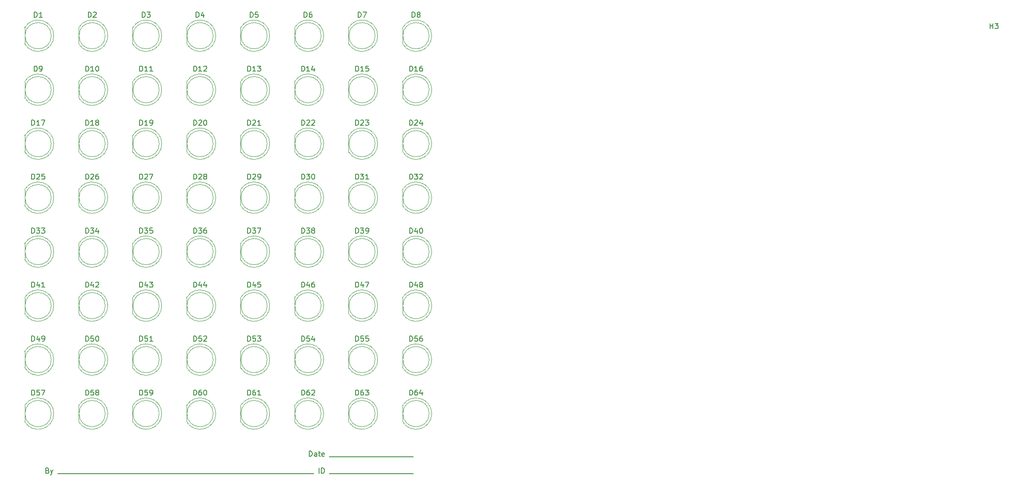
<source format=gbr>
%TF.GenerationSoftware,KiCad,Pcbnew,9.0.6-9.0.6~ubuntu22.04.1*%
%TF.CreationDate,2026-01-06T15:49:19-05:00*%
%TF.ProjectId,Hyperdrift-Grid,48797065-7264-4726-9966-742d47726964,rev?*%
%TF.SameCoordinates,Original*%
%TF.FileFunction,Legend,Top*%
%TF.FilePolarity,Positive*%
%FSLAX46Y46*%
G04 Gerber Fmt 4.6, Leading zero omitted, Abs format (unit mm)*
G04 Created by KiCad (PCBNEW 9.0.6-9.0.6~ubuntu22.04.1) date 2026-01-06 15:49:19*
%MOMM*%
%LPD*%
G01*
G04 APERTURE LIST*
%ADD10C,0.150000*%
%ADD11C,0.120000*%
G04 APERTURE END LIST*
D10*
X144544167Y-133149931D02*
X144544167Y-132149931D01*
X144544167Y-132149931D02*
X144782262Y-132149931D01*
X144782262Y-132149931D02*
X144925119Y-132197550D01*
X144925119Y-132197550D02*
X145020357Y-132292788D01*
X145020357Y-132292788D02*
X145067976Y-132388026D01*
X145067976Y-132388026D02*
X145115595Y-132578502D01*
X145115595Y-132578502D02*
X145115595Y-132721359D01*
X145115595Y-132721359D02*
X145067976Y-132911835D01*
X145067976Y-132911835D02*
X145020357Y-133007073D01*
X145020357Y-133007073D02*
X144925119Y-133102312D01*
X144925119Y-133102312D02*
X144782262Y-133149931D01*
X144782262Y-133149931D02*
X144544167Y-133149931D01*
X145972738Y-133149931D02*
X145972738Y-132626121D01*
X145972738Y-132626121D02*
X145925119Y-132530883D01*
X145925119Y-132530883D02*
X145829881Y-132483264D01*
X145829881Y-132483264D02*
X145639405Y-132483264D01*
X145639405Y-132483264D02*
X145544167Y-132530883D01*
X145972738Y-133102312D02*
X145877500Y-133149931D01*
X145877500Y-133149931D02*
X145639405Y-133149931D01*
X145639405Y-133149931D02*
X145544167Y-133102312D01*
X145544167Y-133102312D02*
X145496548Y-133007073D01*
X145496548Y-133007073D02*
X145496548Y-132911835D01*
X145496548Y-132911835D02*
X145544167Y-132816597D01*
X145544167Y-132816597D02*
X145639405Y-132768978D01*
X145639405Y-132768978D02*
X145877500Y-132768978D01*
X145877500Y-132768978D02*
X145972738Y-132721359D01*
X146306072Y-132483264D02*
X146687024Y-132483264D01*
X146448929Y-132149931D02*
X146448929Y-133007073D01*
X146448929Y-133007073D02*
X146496548Y-133102312D01*
X146496548Y-133102312D02*
X146591786Y-133149931D01*
X146591786Y-133149931D02*
X146687024Y-133149931D01*
X147401310Y-133102312D02*
X147306072Y-133149931D01*
X147306072Y-133149931D02*
X147115596Y-133149931D01*
X147115596Y-133149931D02*
X147020358Y-133102312D01*
X147020358Y-133102312D02*
X146972739Y-133007073D01*
X146972739Y-133007073D02*
X146972739Y-132626121D01*
X146972739Y-132626121D02*
X147020358Y-132530883D01*
X147020358Y-132530883D02*
X147115596Y-132483264D01*
X147115596Y-132483264D02*
X147306072Y-132483264D01*
X147306072Y-132483264D02*
X147401310Y-132530883D01*
X147401310Y-132530883D02*
X147448929Y-132626121D01*
X147448929Y-132626121D02*
X147448929Y-132721359D01*
X147448929Y-132721359D02*
X146972739Y-132816597D01*
X148401311Y-133245169D02*
X149163215Y-133245169D01*
X149163216Y-133245169D02*
X149925120Y-133245169D01*
X149925121Y-133245169D02*
X150687025Y-133245169D01*
X150687026Y-133245169D02*
X151448930Y-133245169D01*
X151448931Y-133245169D02*
X152210835Y-133245169D01*
X152210836Y-133245169D02*
X152972740Y-133245169D01*
X152972741Y-133245169D02*
X153734645Y-133245169D01*
X153734646Y-133245169D02*
X154496550Y-133245169D01*
X154496551Y-133245169D02*
X155258455Y-133245169D01*
X155258456Y-133245169D02*
X156020360Y-133245169D01*
X156020361Y-133245169D02*
X156782265Y-133245169D01*
X156782266Y-133245169D02*
X157544170Y-133245169D01*
X157544171Y-133245169D02*
X158306075Y-133245169D01*
X158306076Y-133245169D02*
X159067980Y-133245169D01*
X159067981Y-133245169D02*
X159829885Y-133245169D01*
X159829886Y-133245169D02*
X160591790Y-133245169D01*
X160591791Y-133245169D02*
X161353695Y-133245169D01*
X161353696Y-133245169D02*
X162115600Y-133245169D01*
X162115601Y-133245169D02*
X162877505Y-133245169D01*
X162877506Y-133245169D02*
X163639410Y-133245169D01*
X163639411Y-133245169D02*
X164401315Y-133245169D01*
X94687009Y-135846009D02*
X94829866Y-135893628D01*
X94829866Y-135893628D02*
X94877485Y-135941247D01*
X94877485Y-135941247D02*
X94925104Y-136036485D01*
X94925104Y-136036485D02*
X94925104Y-136179342D01*
X94925104Y-136179342D02*
X94877485Y-136274580D01*
X94877485Y-136274580D02*
X94829866Y-136322200D01*
X94829866Y-136322200D02*
X94734628Y-136369819D01*
X94734628Y-136369819D02*
X94353676Y-136369819D01*
X94353676Y-136369819D02*
X94353676Y-135369819D01*
X94353676Y-135369819D02*
X94687009Y-135369819D01*
X94687009Y-135369819D02*
X94782247Y-135417438D01*
X94782247Y-135417438D02*
X94829866Y-135465057D01*
X94829866Y-135465057D02*
X94877485Y-135560295D01*
X94877485Y-135560295D02*
X94877485Y-135655533D01*
X94877485Y-135655533D02*
X94829866Y-135750771D01*
X94829866Y-135750771D02*
X94782247Y-135798390D01*
X94782247Y-135798390D02*
X94687009Y-135846009D01*
X94687009Y-135846009D02*
X94353676Y-135846009D01*
X95258438Y-135703152D02*
X95496533Y-136369819D01*
X95734628Y-135703152D02*
X95496533Y-136369819D01*
X95496533Y-136369819D02*
X95401295Y-136607914D01*
X95401295Y-136607914D02*
X95353676Y-136655533D01*
X95353676Y-136655533D02*
X95258438Y-136703152D01*
X96639391Y-136465057D02*
X97401295Y-136465057D01*
X97401296Y-136465057D02*
X98163200Y-136465057D01*
X98163201Y-136465057D02*
X98925105Y-136465057D01*
X98925106Y-136465057D02*
X99687010Y-136465057D01*
X99687011Y-136465057D02*
X100448915Y-136465057D01*
X100448916Y-136465057D02*
X101210820Y-136465057D01*
X101210821Y-136465057D02*
X101972725Y-136465057D01*
X101972726Y-136465057D02*
X102734630Y-136465057D01*
X102734631Y-136465057D02*
X103496535Y-136465057D01*
X103496536Y-136465057D02*
X104258440Y-136465057D01*
X104258441Y-136465057D02*
X105020345Y-136465057D01*
X105020346Y-136465057D02*
X105782250Y-136465057D01*
X105782251Y-136465057D02*
X106544155Y-136465057D01*
X106544156Y-136465057D02*
X107306060Y-136465057D01*
X107306061Y-136465057D02*
X108067965Y-136465057D01*
X108067966Y-136465057D02*
X108829870Y-136465057D01*
X108829871Y-136465057D02*
X109591775Y-136465057D01*
X109591776Y-136465057D02*
X110353680Y-136465057D01*
X110353681Y-136465057D02*
X111115585Y-136465057D01*
X111115586Y-136465057D02*
X111877490Y-136465057D01*
X111877491Y-136465057D02*
X112639395Y-136465057D01*
X112639396Y-136465057D02*
X113401300Y-136465057D01*
X113401301Y-136465057D02*
X114163205Y-136465057D01*
X114163206Y-136465057D02*
X114925110Y-136465057D01*
X114925111Y-136465057D02*
X115687015Y-136465057D01*
X115687016Y-136465057D02*
X116448920Y-136465057D01*
X116448921Y-136465057D02*
X117210825Y-136465057D01*
X117210826Y-136465057D02*
X117972730Y-136465057D01*
X117972731Y-136465057D02*
X118734635Y-136465057D01*
X118734636Y-136465057D02*
X119496540Y-136465057D01*
X119496541Y-136465057D02*
X120258445Y-136465057D01*
X120258446Y-136465057D02*
X121020350Y-136465057D01*
X121020351Y-136465057D02*
X121782255Y-136465057D01*
X121782256Y-136465057D02*
X122544160Y-136465057D01*
X122544161Y-136465057D02*
X123306065Y-136465057D01*
X123306066Y-136465057D02*
X124067970Y-136465057D01*
X124067971Y-136465057D02*
X124829875Y-136465057D01*
X124829876Y-136465057D02*
X125591780Y-136465057D01*
X125591781Y-136465057D02*
X126353685Y-136465057D01*
X126353686Y-136465057D02*
X127115590Y-136465057D01*
X127115591Y-136465057D02*
X127877495Y-136465057D01*
X127877496Y-136465057D02*
X128639400Y-136465057D01*
X128639401Y-136465057D02*
X129401305Y-136465057D01*
X129401306Y-136465057D02*
X130163210Y-136465057D01*
X130163211Y-136465057D02*
X130925115Y-136465057D01*
X130925116Y-136465057D02*
X131687020Y-136465057D01*
X131687021Y-136465057D02*
X132448925Y-136465057D01*
X132448926Y-136465057D02*
X133210830Y-136465057D01*
X133210831Y-136465057D02*
X133972735Y-136465057D01*
X133972736Y-136465057D02*
X134734640Y-136465057D01*
X134734641Y-136465057D02*
X135496545Y-136465057D01*
X135496546Y-136465057D02*
X136258450Y-136465057D01*
X136258451Y-136465057D02*
X137020355Y-136465057D01*
X137020356Y-136465057D02*
X137782260Y-136465057D01*
X137782261Y-136465057D02*
X138544165Y-136465057D01*
X138544166Y-136465057D02*
X139306070Y-136465057D01*
X139306071Y-136465057D02*
X140067975Y-136465057D01*
X140067976Y-136465057D02*
X140829880Y-136465057D01*
X140829881Y-136465057D02*
X141591785Y-136465057D01*
X141591786Y-136465057D02*
X142353690Y-136465057D01*
X142353691Y-136465057D02*
X143115595Y-136465057D01*
X143115596Y-136465057D02*
X143877500Y-136465057D01*
X143877501Y-136465057D02*
X144639405Y-136465057D01*
X144639406Y-136465057D02*
X145401310Y-136465057D01*
X146401311Y-136369819D02*
X146401311Y-135369819D01*
X146877501Y-136369819D02*
X146877501Y-135369819D01*
X146877501Y-135369819D02*
X147115596Y-135369819D01*
X147115596Y-135369819D02*
X147258453Y-135417438D01*
X147258453Y-135417438D02*
X147353691Y-135512676D01*
X147353691Y-135512676D02*
X147401310Y-135607914D01*
X147401310Y-135607914D02*
X147448929Y-135798390D01*
X147448929Y-135798390D02*
X147448929Y-135941247D01*
X147448929Y-135941247D02*
X147401310Y-136131723D01*
X147401310Y-136131723D02*
X147353691Y-136226961D01*
X147353691Y-136226961D02*
X147258453Y-136322200D01*
X147258453Y-136322200D02*
X147115596Y-136369819D01*
X147115596Y-136369819D02*
X146877501Y-136369819D01*
X148401311Y-136465057D02*
X149163215Y-136465057D01*
X149163216Y-136465057D02*
X149925120Y-136465057D01*
X149925121Y-136465057D02*
X150687025Y-136465057D01*
X150687026Y-136465057D02*
X151448930Y-136465057D01*
X151448931Y-136465057D02*
X152210835Y-136465057D01*
X152210836Y-136465057D02*
X152972740Y-136465057D01*
X152972741Y-136465057D02*
X153734645Y-136465057D01*
X153734646Y-136465057D02*
X154496550Y-136465057D01*
X154496551Y-136465057D02*
X155258455Y-136465057D01*
X155258456Y-136465057D02*
X156020360Y-136465057D01*
X156020361Y-136465057D02*
X156782265Y-136465057D01*
X156782266Y-136465057D02*
X157544170Y-136465057D01*
X157544171Y-136465057D02*
X158306075Y-136465057D01*
X158306076Y-136465057D02*
X159067980Y-136465057D01*
X159067981Y-136465057D02*
X159829885Y-136465057D01*
X159829886Y-136465057D02*
X160591790Y-136465057D01*
X160591791Y-136465057D02*
X161353695Y-136465057D01*
X161353696Y-136465057D02*
X162115600Y-136465057D01*
X162115601Y-136465057D02*
X162877505Y-136465057D01*
X162877506Y-136465057D02*
X163639410Y-136465057D01*
X163639411Y-136465057D02*
X164401315Y-136465057D01*
X101968758Y-111209104D02*
X101968758Y-110209104D01*
X101968758Y-110209104D02*
X102206853Y-110209104D01*
X102206853Y-110209104D02*
X102349710Y-110256723D01*
X102349710Y-110256723D02*
X102444948Y-110351961D01*
X102444948Y-110351961D02*
X102492567Y-110447199D01*
X102492567Y-110447199D02*
X102540186Y-110637675D01*
X102540186Y-110637675D02*
X102540186Y-110780532D01*
X102540186Y-110780532D02*
X102492567Y-110971008D01*
X102492567Y-110971008D02*
X102444948Y-111066246D01*
X102444948Y-111066246D02*
X102349710Y-111161485D01*
X102349710Y-111161485D02*
X102206853Y-111209104D01*
X102206853Y-111209104D02*
X101968758Y-111209104D01*
X103444948Y-110209104D02*
X102968758Y-110209104D01*
X102968758Y-110209104D02*
X102921139Y-110685294D01*
X102921139Y-110685294D02*
X102968758Y-110637675D01*
X102968758Y-110637675D02*
X103063996Y-110590056D01*
X103063996Y-110590056D02*
X103302091Y-110590056D01*
X103302091Y-110590056D02*
X103397329Y-110637675D01*
X103397329Y-110637675D02*
X103444948Y-110685294D01*
X103444948Y-110685294D02*
X103492567Y-110780532D01*
X103492567Y-110780532D02*
X103492567Y-111018627D01*
X103492567Y-111018627D02*
X103444948Y-111113865D01*
X103444948Y-111113865D02*
X103397329Y-111161485D01*
X103397329Y-111161485D02*
X103302091Y-111209104D01*
X103302091Y-111209104D02*
X103063996Y-111209104D01*
X103063996Y-111209104D02*
X102968758Y-111161485D01*
X102968758Y-111161485D02*
X102921139Y-111113865D01*
X104111615Y-110209104D02*
X104206853Y-110209104D01*
X104206853Y-110209104D02*
X104302091Y-110256723D01*
X104302091Y-110256723D02*
X104349710Y-110304342D01*
X104349710Y-110304342D02*
X104397329Y-110399580D01*
X104397329Y-110399580D02*
X104444948Y-110590056D01*
X104444948Y-110590056D02*
X104444948Y-110828151D01*
X104444948Y-110828151D02*
X104397329Y-111018627D01*
X104397329Y-111018627D02*
X104349710Y-111113865D01*
X104349710Y-111113865D02*
X104302091Y-111161485D01*
X104302091Y-111161485D02*
X104206853Y-111209104D01*
X104206853Y-111209104D02*
X104111615Y-111209104D01*
X104111615Y-111209104D02*
X104016377Y-111161485D01*
X104016377Y-111161485D02*
X103968758Y-111113865D01*
X103968758Y-111113865D02*
X103921139Y-111018627D01*
X103921139Y-111018627D02*
X103873520Y-110828151D01*
X103873520Y-110828151D02*
X103873520Y-110590056D01*
X103873520Y-110590056D02*
X103921139Y-110399580D01*
X103921139Y-110399580D02*
X103968758Y-110304342D01*
X103968758Y-110304342D02*
X104016377Y-110256723D01*
X104016377Y-110256723D02*
X104111615Y-110209104D01*
X91683044Y-70066247D02*
X91683044Y-69066247D01*
X91683044Y-69066247D02*
X91921139Y-69066247D01*
X91921139Y-69066247D02*
X92063996Y-69113866D01*
X92063996Y-69113866D02*
X92159234Y-69209104D01*
X92159234Y-69209104D02*
X92206853Y-69304342D01*
X92206853Y-69304342D02*
X92254472Y-69494818D01*
X92254472Y-69494818D02*
X92254472Y-69637675D01*
X92254472Y-69637675D02*
X92206853Y-69828151D01*
X92206853Y-69828151D02*
X92159234Y-69923389D01*
X92159234Y-69923389D02*
X92063996Y-70018628D01*
X92063996Y-70018628D02*
X91921139Y-70066247D01*
X91921139Y-70066247D02*
X91683044Y-70066247D01*
X93206853Y-70066247D02*
X92635425Y-70066247D01*
X92921139Y-70066247D02*
X92921139Y-69066247D01*
X92921139Y-69066247D02*
X92825901Y-69209104D01*
X92825901Y-69209104D02*
X92730663Y-69304342D01*
X92730663Y-69304342D02*
X92635425Y-69351961D01*
X93540187Y-69066247D02*
X94206853Y-69066247D01*
X94206853Y-69066247D02*
X93778282Y-70066247D01*
X153397329Y-90637676D02*
X153397329Y-89637676D01*
X153397329Y-89637676D02*
X153635424Y-89637676D01*
X153635424Y-89637676D02*
X153778281Y-89685295D01*
X153778281Y-89685295D02*
X153873519Y-89780533D01*
X153873519Y-89780533D02*
X153921138Y-89875771D01*
X153921138Y-89875771D02*
X153968757Y-90066247D01*
X153968757Y-90066247D02*
X153968757Y-90209104D01*
X153968757Y-90209104D02*
X153921138Y-90399580D01*
X153921138Y-90399580D02*
X153873519Y-90494818D01*
X153873519Y-90494818D02*
X153778281Y-90590057D01*
X153778281Y-90590057D02*
X153635424Y-90637676D01*
X153635424Y-90637676D02*
X153397329Y-90637676D01*
X154302091Y-89637676D02*
X154921138Y-89637676D01*
X154921138Y-89637676D02*
X154587805Y-90018628D01*
X154587805Y-90018628D02*
X154730662Y-90018628D01*
X154730662Y-90018628D02*
X154825900Y-90066247D01*
X154825900Y-90066247D02*
X154873519Y-90113866D01*
X154873519Y-90113866D02*
X154921138Y-90209104D01*
X154921138Y-90209104D02*
X154921138Y-90447199D01*
X154921138Y-90447199D02*
X154873519Y-90542437D01*
X154873519Y-90542437D02*
X154825900Y-90590057D01*
X154825900Y-90590057D02*
X154730662Y-90637676D01*
X154730662Y-90637676D02*
X154444948Y-90637676D01*
X154444948Y-90637676D02*
X154349710Y-90590057D01*
X154349710Y-90590057D02*
X154302091Y-90542437D01*
X155397329Y-90637676D02*
X155587805Y-90637676D01*
X155587805Y-90637676D02*
X155683043Y-90590057D01*
X155683043Y-90590057D02*
X155730662Y-90542437D01*
X155730662Y-90542437D02*
X155825900Y-90399580D01*
X155825900Y-90399580D02*
X155873519Y-90209104D01*
X155873519Y-90209104D02*
X155873519Y-89828152D01*
X155873519Y-89828152D02*
X155825900Y-89732914D01*
X155825900Y-89732914D02*
X155778281Y-89685295D01*
X155778281Y-89685295D02*
X155683043Y-89637676D01*
X155683043Y-89637676D02*
X155492567Y-89637676D01*
X155492567Y-89637676D02*
X155397329Y-89685295D01*
X155397329Y-89685295D02*
X155349710Y-89732914D01*
X155349710Y-89732914D02*
X155302091Y-89828152D01*
X155302091Y-89828152D02*
X155302091Y-90066247D01*
X155302091Y-90066247D02*
X155349710Y-90161485D01*
X155349710Y-90161485D02*
X155397329Y-90209104D01*
X155397329Y-90209104D02*
X155492567Y-90256723D01*
X155492567Y-90256723D02*
X155683043Y-90256723D01*
X155683043Y-90256723D02*
X155778281Y-90209104D01*
X155778281Y-90209104D02*
X155825900Y-90161485D01*
X155825900Y-90161485D02*
X155873519Y-90066247D01*
X101968758Y-90637676D02*
X101968758Y-89637676D01*
X101968758Y-89637676D02*
X102206853Y-89637676D01*
X102206853Y-89637676D02*
X102349710Y-89685295D01*
X102349710Y-89685295D02*
X102444948Y-89780533D01*
X102444948Y-89780533D02*
X102492567Y-89875771D01*
X102492567Y-89875771D02*
X102540186Y-90066247D01*
X102540186Y-90066247D02*
X102540186Y-90209104D01*
X102540186Y-90209104D02*
X102492567Y-90399580D01*
X102492567Y-90399580D02*
X102444948Y-90494818D01*
X102444948Y-90494818D02*
X102349710Y-90590057D01*
X102349710Y-90590057D02*
X102206853Y-90637676D01*
X102206853Y-90637676D02*
X101968758Y-90637676D01*
X102873520Y-89637676D02*
X103492567Y-89637676D01*
X103492567Y-89637676D02*
X103159234Y-90018628D01*
X103159234Y-90018628D02*
X103302091Y-90018628D01*
X103302091Y-90018628D02*
X103397329Y-90066247D01*
X103397329Y-90066247D02*
X103444948Y-90113866D01*
X103444948Y-90113866D02*
X103492567Y-90209104D01*
X103492567Y-90209104D02*
X103492567Y-90447199D01*
X103492567Y-90447199D02*
X103444948Y-90542437D01*
X103444948Y-90542437D02*
X103397329Y-90590057D01*
X103397329Y-90590057D02*
X103302091Y-90637676D01*
X103302091Y-90637676D02*
X103016377Y-90637676D01*
X103016377Y-90637676D02*
X102921139Y-90590057D01*
X102921139Y-90590057D02*
X102873520Y-90542437D01*
X104349710Y-89971009D02*
X104349710Y-90637676D01*
X104111615Y-89590057D02*
X103873520Y-90304342D01*
X103873520Y-90304342D02*
X104492567Y-90304342D01*
X153397329Y-80351961D02*
X153397329Y-79351961D01*
X153397329Y-79351961D02*
X153635424Y-79351961D01*
X153635424Y-79351961D02*
X153778281Y-79399580D01*
X153778281Y-79399580D02*
X153873519Y-79494818D01*
X153873519Y-79494818D02*
X153921138Y-79590056D01*
X153921138Y-79590056D02*
X153968757Y-79780532D01*
X153968757Y-79780532D02*
X153968757Y-79923389D01*
X153968757Y-79923389D02*
X153921138Y-80113865D01*
X153921138Y-80113865D02*
X153873519Y-80209103D01*
X153873519Y-80209103D02*
X153778281Y-80304342D01*
X153778281Y-80304342D02*
X153635424Y-80351961D01*
X153635424Y-80351961D02*
X153397329Y-80351961D01*
X154302091Y-79351961D02*
X154921138Y-79351961D01*
X154921138Y-79351961D02*
X154587805Y-79732913D01*
X154587805Y-79732913D02*
X154730662Y-79732913D01*
X154730662Y-79732913D02*
X154825900Y-79780532D01*
X154825900Y-79780532D02*
X154873519Y-79828151D01*
X154873519Y-79828151D02*
X154921138Y-79923389D01*
X154921138Y-79923389D02*
X154921138Y-80161484D01*
X154921138Y-80161484D02*
X154873519Y-80256722D01*
X154873519Y-80256722D02*
X154825900Y-80304342D01*
X154825900Y-80304342D02*
X154730662Y-80351961D01*
X154730662Y-80351961D02*
X154444948Y-80351961D01*
X154444948Y-80351961D02*
X154349710Y-80304342D01*
X154349710Y-80304342D02*
X154302091Y-80256722D01*
X155873519Y-80351961D02*
X155302091Y-80351961D01*
X155587805Y-80351961D02*
X155587805Y-79351961D01*
X155587805Y-79351961D02*
X155492567Y-79494818D01*
X155492567Y-79494818D02*
X155397329Y-79590056D01*
X155397329Y-79590056D02*
X155302091Y-79637675D01*
X143111615Y-100923390D02*
X143111615Y-99923390D01*
X143111615Y-99923390D02*
X143349710Y-99923390D01*
X143349710Y-99923390D02*
X143492567Y-99971009D01*
X143492567Y-99971009D02*
X143587805Y-100066247D01*
X143587805Y-100066247D02*
X143635424Y-100161485D01*
X143635424Y-100161485D02*
X143683043Y-100351961D01*
X143683043Y-100351961D02*
X143683043Y-100494818D01*
X143683043Y-100494818D02*
X143635424Y-100685294D01*
X143635424Y-100685294D02*
X143587805Y-100780532D01*
X143587805Y-100780532D02*
X143492567Y-100875771D01*
X143492567Y-100875771D02*
X143349710Y-100923390D01*
X143349710Y-100923390D02*
X143111615Y-100923390D01*
X144540186Y-100256723D02*
X144540186Y-100923390D01*
X144302091Y-99875771D02*
X144063996Y-100590056D01*
X144063996Y-100590056D02*
X144683043Y-100590056D01*
X145492567Y-99923390D02*
X145302091Y-99923390D01*
X145302091Y-99923390D02*
X145206853Y-99971009D01*
X145206853Y-99971009D02*
X145159234Y-100018628D01*
X145159234Y-100018628D02*
X145063996Y-100161485D01*
X145063996Y-100161485D02*
X145016377Y-100351961D01*
X145016377Y-100351961D02*
X145016377Y-100732913D01*
X145016377Y-100732913D02*
X145063996Y-100828151D01*
X145063996Y-100828151D02*
X145111615Y-100875771D01*
X145111615Y-100875771D02*
X145206853Y-100923390D01*
X145206853Y-100923390D02*
X145397329Y-100923390D01*
X145397329Y-100923390D02*
X145492567Y-100875771D01*
X145492567Y-100875771D02*
X145540186Y-100828151D01*
X145540186Y-100828151D02*
X145587805Y-100732913D01*
X145587805Y-100732913D02*
X145587805Y-100494818D01*
X145587805Y-100494818D02*
X145540186Y-100399580D01*
X145540186Y-100399580D02*
X145492567Y-100351961D01*
X145492567Y-100351961D02*
X145397329Y-100304342D01*
X145397329Y-100304342D02*
X145206853Y-100304342D01*
X145206853Y-100304342D02*
X145111615Y-100351961D01*
X145111615Y-100351961D02*
X145063996Y-100399580D01*
X145063996Y-100399580D02*
X145016377Y-100494818D01*
X153873520Y-49494819D02*
X153873520Y-48494819D01*
X153873520Y-48494819D02*
X154111615Y-48494819D01*
X154111615Y-48494819D02*
X154254472Y-48542438D01*
X154254472Y-48542438D02*
X154349710Y-48637676D01*
X154349710Y-48637676D02*
X154397329Y-48732914D01*
X154397329Y-48732914D02*
X154444948Y-48923390D01*
X154444948Y-48923390D02*
X154444948Y-49066247D01*
X154444948Y-49066247D02*
X154397329Y-49256723D01*
X154397329Y-49256723D02*
X154349710Y-49351961D01*
X154349710Y-49351961D02*
X154254472Y-49447200D01*
X154254472Y-49447200D02*
X154111615Y-49494819D01*
X154111615Y-49494819D02*
X153873520Y-49494819D01*
X154778282Y-48494819D02*
X155444948Y-48494819D01*
X155444948Y-48494819D02*
X155016377Y-49494819D01*
X163683044Y-59780533D02*
X163683044Y-58780533D01*
X163683044Y-58780533D02*
X163921139Y-58780533D01*
X163921139Y-58780533D02*
X164063996Y-58828152D01*
X164063996Y-58828152D02*
X164159234Y-58923390D01*
X164159234Y-58923390D02*
X164206853Y-59018628D01*
X164206853Y-59018628D02*
X164254472Y-59209104D01*
X164254472Y-59209104D02*
X164254472Y-59351961D01*
X164254472Y-59351961D02*
X164206853Y-59542437D01*
X164206853Y-59542437D02*
X164159234Y-59637675D01*
X164159234Y-59637675D02*
X164063996Y-59732914D01*
X164063996Y-59732914D02*
X163921139Y-59780533D01*
X163921139Y-59780533D02*
X163683044Y-59780533D01*
X165206853Y-59780533D02*
X164635425Y-59780533D01*
X164921139Y-59780533D02*
X164921139Y-58780533D01*
X164921139Y-58780533D02*
X164825901Y-58923390D01*
X164825901Y-58923390D02*
X164730663Y-59018628D01*
X164730663Y-59018628D02*
X164635425Y-59066247D01*
X166063996Y-58780533D02*
X165873520Y-58780533D01*
X165873520Y-58780533D02*
X165778282Y-58828152D01*
X165778282Y-58828152D02*
X165730663Y-58875771D01*
X165730663Y-58875771D02*
X165635425Y-59018628D01*
X165635425Y-59018628D02*
X165587806Y-59209104D01*
X165587806Y-59209104D02*
X165587806Y-59590056D01*
X165587806Y-59590056D02*
X165635425Y-59685294D01*
X165635425Y-59685294D02*
X165683044Y-59732914D01*
X165683044Y-59732914D02*
X165778282Y-59780533D01*
X165778282Y-59780533D02*
X165968758Y-59780533D01*
X165968758Y-59780533D02*
X166063996Y-59732914D01*
X166063996Y-59732914D02*
X166111615Y-59685294D01*
X166111615Y-59685294D02*
X166159234Y-59590056D01*
X166159234Y-59590056D02*
X166159234Y-59351961D01*
X166159234Y-59351961D02*
X166111615Y-59256723D01*
X166111615Y-59256723D02*
X166063996Y-59209104D01*
X166063996Y-59209104D02*
X165968758Y-59161485D01*
X165968758Y-59161485D02*
X165778282Y-59161485D01*
X165778282Y-59161485D02*
X165683044Y-59209104D01*
X165683044Y-59209104D02*
X165635425Y-59256723D01*
X165635425Y-59256723D02*
X165587806Y-59351961D01*
X122540186Y-70066247D02*
X122540186Y-69066247D01*
X122540186Y-69066247D02*
X122778281Y-69066247D01*
X122778281Y-69066247D02*
X122921138Y-69113866D01*
X122921138Y-69113866D02*
X123016376Y-69209104D01*
X123016376Y-69209104D02*
X123063995Y-69304342D01*
X123063995Y-69304342D02*
X123111614Y-69494818D01*
X123111614Y-69494818D02*
X123111614Y-69637675D01*
X123111614Y-69637675D02*
X123063995Y-69828151D01*
X123063995Y-69828151D02*
X123016376Y-69923389D01*
X123016376Y-69923389D02*
X122921138Y-70018628D01*
X122921138Y-70018628D02*
X122778281Y-70066247D01*
X122778281Y-70066247D02*
X122540186Y-70066247D01*
X123492567Y-69161485D02*
X123540186Y-69113866D01*
X123540186Y-69113866D02*
X123635424Y-69066247D01*
X123635424Y-69066247D02*
X123873519Y-69066247D01*
X123873519Y-69066247D02*
X123968757Y-69113866D01*
X123968757Y-69113866D02*
X124016376Y-69161485D01*
X124016376Y-69161485D02*
X124063995Y-69256723D01*
X124063995Y-69256723D02*
X124063995Y-69351961D01*
X124063995Y-69351961D02*
X124016376Y-69494818D01*
X124016376Y-69494818D02*
X123444948Y-70066247D01*
X123444948Y-70066247D02*
X124063995Y-70066247D01*
X124683043Y-69066247D02*
X124778281Y-69066247D01*
X124778281Y-69066247D02*
X124873519Y-69113866D01*
X124873519Y-69113866D02*
X124921138Y-69161485D01*
X124921138Y-69161485D02*
X124968757Y-69256723D01*
X124968757Y-69256723D02*
X125016376Y-69447199D01*
X125016376Y-69447199D02*
X125016376Y-69685294D01*
X125016376Y-69685294D02*
X124968757Y-69875770D01*
X124968757Y-69875770D02*
X124921138Y-69971008D01*
X124921138Y-69971008D02*
X124873519Y-70018628D01*
X124873519Y-70018628D02*
X124778281Y-70066247D01*
X124778281Y-70066247D02*
X124683043Y-70066247D01*
X124683043Y-70066247D02*
X124587805Y-70018628D01*
X124587805Y-70018628D02*
X124540186Y-69971008D01*
X124540186Y-69971008D02*
X124492567Y-69875770D01*
X124492567Y-69875770D02*
X124444948Y-69685294D01*
X124444948Y-69685294D02*
X124444948Y-69447199D01*
X124444948Y-69447199D02*
X124492567Y-69256723D01*
X124492567Y-69256723D02*
X124540186Y-69161485D01*
X124540186Y-69161485D02*
X124587805Y-69113866D01*
X124587805Y-69113866D02*
X124683043Y-69066247D01*
X132825901Y-100923390D02*
X132825901Y-99923390D01*
X132825901Y-99923390D02*
X133063996Y-99923390D01*
X133063996Y-99923390D02*
X133206853Y-99971009D01*
X133206853Y-99971009D02*
X133302091Y-100066247D01*
X133302091Y-100066247D02*
X133349710Y-100161485D01*
X133349710Y-100161485D02*
X133397329Y-100351961D01*
X133397329Y-100351961D02*
X133397329Y-100494818D01*
X133397329Y-100494818D02*
X133349710Y-100685294D01*
X133349710Y-100685294D02*
X133302091Y-100780532D01*
X133302091Y-100780532D02*
X133206853Y-100875771D01*
X133206853Y-100875771D02*
X133063996Y-100923390D01*
X133063996Y-100923390D02*
X132825901Y-100923390D01*
X134254472Y-100256723D02*
X134254472Y-100923390D01*
X134016377Y-99875771D02*
X133778282Y-100590056D01*
X133778282Y-100590056D02*
X134397329Y-100590056D01*
X135254472Y-99923390D02*
X134778282Y-99923390D01*
X134778282Y-99923390D02*
X134730663Y-100399580D01*
X134730663Y-100399580D02*
X134778282Y-100351961D01*
X134778282Y-100351961D02*
X134873520Y-100304342D01*
X134873520Y-100304342D02*
X135111615Y-100304342D01*
X135111615Y-100304342D02*
X135206853Y-100351961D01*
X135206853Y-100351961D02*
X135254472Y-100399580D01*
X135254472Y-100399580D02*
X135302091Y-100494818D01*
X135302091Y-100494818D02*
X135302091Y-100732913D01*
X135302091Y-100732913D02*
X135254472Y-100828151D01*
X135254472Y-100828151D02*
X135206853Y-100875771D01*
X135206853Y-100875771D02*
X135111615Y-100923390D01*
X135111615Y-100923390D02*
X134873520Y-100923390D01*
X134873520Y-100923390D02*
X134778282Y-100875771D01*
X134778282Y-100875771D02*
X134730663Y-100828151D01*
X153397329Y-100923390D02*
X153397329Y-99923390D01*
X153397329Y-99923390D02*
X153635424Y-99923390D01*
X153635424Y-99923390D02*
X153778281Y-99971009D01*
X153778281Y-99971009D02*
X153873519Y-100066247D01*
X153873519Y-100066247D02*
X153921138Y-100161485D01*
X153921138Y-100161485D02*
X153968757Y-100351961D01*
X153968757Y-100351961D02*
X153968757Y-100494818D01*
X153968757Y-100494818D02*
X153921138Y-100685294D01*
X153921138Y-100685294D02*
X153873519Y-100780532D01*
X153873519Y-100780532D02*
X153778281Y-100875771D01*
X153778281Y-100875771D02*
X153635424Y-100923390D01*
X153635424Y-100923390D02*
X153397329Y-100923390D01*
X154825900Y-100256723D02*
X154825900Y-100923390D01*
X154587805Y-99875771D02*
X154349710Y-100590056D01*
X154349710Y-100590056D02*
X154968757Y-100590056D01*
X155254472Y-99923390D02*
X155921138Y-99923390D01*
X155921138Y-99923390D02*
X155492567Y-100923390D01*
X112254472Y-111209104D02*
X112254472Y-110209104D01*
X112254472Y-110209104D02*
X112492567Y-110209104D01*
X112492567Y-110209104D02*
X112635424Y-110256723D01*
X112635424Y-110256723D02*
X112730662Y-110351961D01*
X112730662Y-110351961D02*
X112778281Y-110447199D01*
X112778281Y-110447199D02*
X112825900Y-110637675D01*
X112825900Y-110637675D02*
X112825900Y-110780532D01*
X112825900Y-110780532D02*
X112778281Y-110971008D01*
X112778281Y-110971008D02*
X112730662Y-111066246D01*
X112730662Y-111066246D02*
X112635424Y-111161485D01*
X112635424Y-111161485D02*
X112492567Y-111209104D01*
X112492567Y-111209104D02*
X112254472Y-111209104D01*
X113730662Y-110209104D02*
X113254472Y-110209104D01*
X113254472Y-110209104D02*
X113206853Y-110685294D01*
X113206853Y-110685294D02*
X113254472Y-110637675D01*
X113254472Y-110637675D02*
X113349710Y-110590056D01*
X113349710Y-110590056D02*
X113587805Y-110590056D01*
X113587805Y-110590056D02*
X113683043Y-110637675D01*
X113683043Y-110637675D02*
X113730662Y-110685294D01*
X113730662Y-110685294D02*
X113778281Y-110780532D01*
X113778281Y-110780532D02*
X113778281Y-111018627D01*
X113778281Y-111018627D02*
X113730662Y-111113865D01*
X113730662Y-111113865D02*
X113683043Y-111161485D01*
X113683043Y-111161485D02*
X113587805Y-111209104D01*
X113587805Y-111209104D02*
X113349710Y-111209104D01*
X113349710Y-111209104D02*
X113254472Y-111161485D01*
X113254472Y-111161485D02*
X113206853Y-111113865D01*
X114730662Y-111209104D02*
X114159234Y-111209104D01*
X114444948Y-111209104D02*
X114444948Y-110209104D01*
X114444948Y-110209104D02*
X114349710Y-110351961D01*
X114349710Y-110351961D02*
X114254472Y-110447199D01*
X114254472Y-110447199D02*
X114159234Y-110494818D01*
X163683044Y-111209104D02*
X163683044Y-110209104D01*
X163683044Y-110209104D02*
X163921139Y-110209104D01*
X163921139Y-110209104D02*
X164063996Y-110256723D01*
X164063996Y-110256723D02*
X164159234Y-110351961D01*
X164159234Y-110351961D02*
X164206853Y-110447199D01*
X164206853Y-110447199D02*
X164254472Y-110637675D01*
X164254472Y-110637675D02*
X164254472Y-110780532D01*
X164254472Y-110780532D02*
X164206853Y-110971008D01*
X164206853Y-110971008D02*
X164159234Y-111066246D01*
X164159234Y-111066246D02*
X164063996Y-111161485D01*
X164063996Y-111161485D02*
X163921139Y-111209104D01*
X163921139Y-111209104D02*
X163683044Y-111209104D01*
X165159234Y-110209104D02*
X164683044Y-110209104D01*
X164683044Y-110209104D02*
X164635425Y-110685294D01*
X164635425Y-110685294D02*
X164683044Y-110637675D01*
X164683044Y-110637675D02*
X164778282Y-110590056D01*
X164778282Y-110590056D02*
X165016377Y-110590056D01*
X165016377Y-110590056D02*
X165111615Y-110637675D01*
X165111615Y-110637675D02*
X165159234Y-110685294D01*
X165159234Y-110685294D02*
X165206853Y-110780532D01*
X165206853Y-110780532D02*
X165206853Y-111018627D01*
X165206853Y-111018627D02*
X165159234Y-111113865D01*
X165159234Y-111113865D02*
X165111615Y-111161485D01*
X165111615Y-111161485D02*
X165016377Y-111209104D01*
X165016377Y-111209104D02*
X164778282Y-111209104D01*
X164778282Y-111209104D02*
X164683044Y-111161485D01*
X164683044Y-111161485D02*
X164635425Y-111113865D01*
X166063996Y-110209104D02*
X165873520Y-110209104D01*
X165873520Y-110209104D02*
X165778282Y-110256723D01*
X165778282Y-110256723D02*
X165730663Y-110304342D01*
X165730663Y-110304342D02*
X165635425Y-110447199D01*
X165635425Y-110447199D02*
X165587806Y-110637675D01*
X165587806Y-110637675D02*
X165587806Y-111018627D01*
X165587806Y-111018627D02*
X165635425Y-111113865D01*
X165635425Y-111113865D02*
X165683044Y-111161485D01*
X165683044Y-111161485D02*
X165778282Y-111209104D01*
X165778282Y-111209104D02*
X165968758Y-111209104D01*
X165968758Y-111209104D02*
X166063996Y-111161485D01*
X166063996Y-111161485D02*
X166111615Y-111113865D01*
X166111615Y-111113865D02*
X166159234Y-111018627D01*
X166159234Y-111018627D02*
X166159234Y-110780532D01*
X166159234Y-110780532D02*
X166111615Y-110685294D01*
X166111615Y-110685294D02*
X166063996Y-110637675D01*
X166063996Y-110637675D02*
X165968758Y-110590056D01*
X165968758Y-110590056D02*
X165778282Y-110590056D01*
X165778282Y-110590056D02*
X165683044Y-110637675D01*
X165683044Y-110637675D02*
X165635425Y-110685294D01*
X165635425Y-110685294D02*
X165587806Y-110780532D01*
X112730663Y-49494819D02*
X112730663Y-48494819D01*
X112730663Y-48494819D02*
X112968758Y-48494819D01*
X112968758Y-48494819D02*
X113111615Y-48542438D01*
X113111615Y-48542438D02*
X113206853Y-48637676D01*
X113206853Y-48637676D02*
X113254472Y-48732914D01*
X113254472Y-48732914D02*
X113302091Y-48923390D01*
X113302091Y-48923390D02*
X113302091Y-49066247D01*
X113302091Y-49066247D02*
X113254472Y-49256723D01*
X113254472Y-49256723D02*
X113206853Y-49351961D01*
X113206853Y-49351961D02*
X113111615Y-49447200D01*
X113111615Y-49447200D02*
X112968758Y-49494819D01*
X112968758Y-49494819D02*
X112730663Y-49494819D01*
X113635425Y-48494819D02*
X114254472Y-48494819D01*
X114254472Y-48494819D02*
X113921139Y-48875771D01*
X113921139Y-48875771D02*
X114063996Y-48875771D01*
X114063996Y-48875771D02*
X114159234Y-48923390D01*
X114159234Y-48923390D02*
X114206853Y-48971009D01*
X114206853Y-48971009D02*
X114254472Y-49066247D01*
X114254472Y-49066247D02*
X114254472Y-49304342D01*
X114254472Y-49304342D02*
X114206853Y-49399580D01*
X114206853Y-49399580D02*
X114159234Y-49447200D01*
X114159234Y-49447200D02*
X114063996Y-49494819D01*
X114063996Y-49494819D02*
X113778282Y-49494819D01*
X113778282Y-49494819D02*
X113683044Y-49447200D01*
X113683044Y-49447200D02*
X113635425Y-49399580D01*
X101968758Y-121494819D02*
X101968758Y-120494819D01*
X101968758Y-120494819D02*
X102206853Y-120494819D01*
X102206853Y-120494819D02*
X102349710Y-120542438D01*
X102349710Y-120542438D02*
X102444948Y-120637676D01*
X102444948Y-120637676D02*
X102492567Y-120732914D01*
X102492567Y-120732914D02*
X102540186Y-120923390D01*
X102540186Y-120923390D02*
X102540186Y-121066247D01*
X102540186Y-121066247D02*
X102492567Y-121256723D01*
X102492567Y-121256723D02*
X102444948Y-121351961D01*
X102444948Y-121351961D02*
X102349710Y-121447200D01*
X102349710Y-121447200D02*
X102206853Y-121494819D01*
X102206853Y-121494819D02*
X101968758Y-121494819D01*
X103444948Y-120494819D02*
X102968758Y-120494819D01*
X102968758Y-120494819D02*
X102921139Y-120971009D01*
X102921139Y-120971009D02*
X102968758Y-120923390D01*
X102968758Y-120923390D02*
X103063996Y-120875771D01*
X103063996Y-120875771D02*
X103302091Y-120875771D01*
X103302091Y-120875771D02*
X103397329Y-120923390D01*
X103397329Y-120923390D02*
X103444948Y-120971009D01*
X103444948Y-120971009D02*
X103492567Y-121066247D01*
X103492567Y-121066247D02*
X103492567Y-121304342D01*
X103492567Y-121304342D02*
X103444948Y-121399580D01*
X103444948Y-121399580D02*
X103397329Y-121447200D01*
X103397329Y-121447200D02*
X103302091Y-121494819D01*
X103302091Y-121494819D02*
X103063996Y-121494819D01*
X103063996Y-121494819D02*
X102968758Y-121447200D01*
X102968758Y-121447200D02*
X102921139Y-121399580D01*
X104063996Y-120923390D02*
X103968758Y-120875771D01*
X103968758Y-120875771D02*
X103921139Y-120828152D01*
X103921139Y-120828152D02*
X103873520Y-120732914D01*
X103873520Y-120732914D02*
X103873520Y-120685295D01*
X103873520Y-120685295D02*
X103921139Y-120590057D01*
X103921139Y-120590057D02*
X103968758Y-120542438D01*
X103968758Y-120542438D02*
X104063996Y-120494819D01*
X104063996Y-120494819D02*
X104254472Y-120494819D01*
X104254472Y-120494819D02*
X104349710Y-120542438D01*
X104349710Y-120542438D02*
X104397329Y-120590057D01*
X104397329Y-120590057D02*
X104444948Y-120685295D01*
X104444948Y-120685295D02*
X104444948Y-120732914D01*
X104444948Y-120732914D02*
X104397329Y-120828152D01*
X104397329Y-120828152D02*
X104349710Y-120875771D01*
X104349710Y-120875771D02*
X104254472Y-120923390D01*
X104254472Y-120923390D02*
X104063996Y-120923390D01*
X104063996Y-120923390D02*
X103968758Y-120971009D01*
X103968758Y-120971009D02*
X103921139Y-121018628D01*
X103921139Y-121018628D02*
X103873520Y-121113866D01*
X103873520Y-121113866D02*
X103873520Y-121304342D01*
X103873520Y-121304342D02*
X103921139Y-121399580D01*
X103921139Y-121399580D02*
X103968758Y-121447200D01*
X103968758Y-121447200D02*
X104063996Y-121494819D01*
X104063996Y-121494819D02*
X104254472Y-121494819D01*
X104254472Y-121494819D02*
X104349710Y-121447200D01*
X104349710Y-121447200D02*
X104397329Y-121399580D01*
X104397329Y-121399580D02*
X104444948Y-121304342D01*
X104444948Y-121304342D02*
X104444948Y-121113866D01*
X104444948Y-121113866D02*
X104397329Y-121018628D01*
X104397329Y-121018628D02*
X104349710Y-120971009D01*
X104349710Y-120971009D02*
X104254472Y-120923390D01*
X132825901Y-59780533D02*
X132825901Y-58780533D01*
X132825901Y-58780533D02*
X133063996Y-58780533D01*
X133063996Y-58780533D02*
X133206853Y-58828152D01*
X133206853Y-58828152D02*
X133302091Y-58923390D01*
X133302091Y-58923390D02*
X133349710Y-59018628D01*
X133349710Y-59018628D02*
X133397329Y-59209104D01*
X133397329Y-59209104D02*
X133397329Y-59351961D01*
X133397329Y-59351961D02*
X133349710Y-59542437D01*
X133349710Y-59542437D02*
X133302091Y-59637675D01*
X133302091Y-59637675D02*
X133206853Y-59732914D01*
X133206853Y-59732914D02*
X133063996Y-59780533D01*
X133063996Y-59780533D02*
X132825901Y-59780533D01*
X134349710Y-59780533D02*
X133778282Y-59780533D01*
X134063996Y-59780533D02*
X134063996Y-58780533D01*
X134063996Y-58780533D02*
X133968758Y-58923390D01*
X133968758Y-58923390D02*
X133873520Y-59018628D01*
X133873520Y-59018628D02*
X133778282Y-59066247D01*
X134683044Y-58780533D02*
X135302091Y-58780533D01*
X135302091Y-58780533D02*
X134968758Y-59161485D01*
X134968758Y-59161485D02*
X135111615Y-59161485D01*
X135111615Y-59161485D02*
X135206853Y-59209104D01*
X135206853Y-59209104D02*
X135254472Y-59256723D01*
X135254472Y-59256723D02*
X135302091Y-59351961D01*
X135302091Y-59351961D02*
X135302091Y-59590056D01*
X135302091Y-59590056D02*
X135254472Y-59685294D01*
X135254472Y-59685294D02*
X135206853Y-59732914D01*
X135206853Y-59732914D02*
X135111615Y-59780533D01*
X135111615Y-59780533D02*
X134825901Y-59780533D01*
X134825901Y-59780533D02*
X134730663Y-59732914D01*
X134730663Y-59732914D02*
X134683044Y-59685294D01*
X91683044Y-80351961D02*
X91683044Y-79351961D01*
X91683044Y-79351961D02*
X91921139Y-79351961D01*
X91921139Y-79351961D02*
X92063996Y-79399580D01*
X92063996Y-79399580D02*
X92159234Y-79494818D01*
X92159234Y-79494818D02*
X92206853Y-79590056D01*
X92206853Y-79590056D02*
X92254472Y-79780532D01*
X92254472Y-79780532D02*
X92254472Y-79923389D01*
X92254472Y-79923389D02*
X92206853Y-80113865D01*
X92206853Y-80113865D02*
X92159234Y-80209103D01*
X92159234Y-80209103D02*
X92063996Y-80304342D01*
X92063996Y-80304342D02*
X91921139Y-80351961D01*
X91921139Y-80351961D02*
X91683044Y-80351961D01*
X92635425Y-79447199D02*
X92683044Y-79399580D01*
X92683044Y-79399580D02*
X92778282Y-79351961D01*
X92778282Y-79351961D02*
X93016377Y-79351961D01*
X93016377Y-79351961D02*
X93111615Y-79399580D01*
X93111615Y-79399580D02*
X93159234Y-79447199D01*
X93159234Y-79447199D02*
X93206853Y-79542437D01*
X93206853Y-79542437D02*
X93206853Y-79637675D01*
X93206853Y-79637675D02*
X93159234Y-79780532D01*
X93159234Y-79780532D02*
X92587806Y-80351961D01*
X92587806Y-80351961D02*
X93206853Y-80351961D01*
X94111615Y-79351961D02*
X93635425Y-79351961D01*
X93635425Y-79351961D02*
X93587806Y-79828151D01*
X93587806Y-79828151D02*
X93635425Y-79780532D01*
X93635425Y-79780532D02*
X93730663Y-79732913D01*
X93730663Y-79732913D02*
X93968758Y-79732913D01*
X93968758Y-79732913D02*
X94063996Y-79780532D01*
X94063996Y-79780532D02*
X94111615Y-79828151D01*
X94111615Y-79828151D02*
X94159234Y-79923389D01*
X94159234Y-79923389D02*
X94159234Y-80161484D01*
X94159234Y-80161484D02*
X94111615Y-80256722D01*
X94111615Y-80256722D02*
X94063996Y-80304342D01*
X94063996Y-80304342D02*
X93968758Y-80351961D01*
X93968758Y-80351961D02*
X93730663Y-80351961D01*
X93730663Y-80351961D02*
X93635425Y-80304342D01*
X93635425Y-80304342D02*
X93587806Y-80256722D01*
X122540186Y-100923390D02*
X122540186Y-99923390D01*
X122540186Y-99923390D02*
X122778281Y-99923390D01*
X122778281Y-99923390D02*
X122921138Y-99971009D01*
X122921138Y-99971009D02*
X123016376Y-100066247D01*
X123016376Y-100066247D02*
X123063995Y-100161485D01*
X123063995Y-100161485D02*
X123111614Y-100351961D01*
X123111614Y-100351961D02*
X123111614Y-100494818D01*
X123111614Y-100494818D02*
X123063995Y-100685294D01*
X123063995Y-100685294D02*
X123016376Y-100780532D01*
X123016376Y-100780532D02*
X122921138Y-100875771D01*
X122921138Y-100875771D02*
X122778281Y-100923390D01*
X122778281Y-100923390D02*
X122540186Y-100923390D01*
X123968757Y-100256723D02*
X123968757Y-100923390D01*
X123730662Y-99875771D02*
X123492567Y-100590056D01*
X123492567Y-100590056D02*
X124111614Y-100590056D01*
X124921138Y-100256723D02*
X124921138Y-100923390D01*
X124683043Y-99875771D02*
X124444948Y-100590056D01*
X124444948Y-100590056D02*
X125063995Y-100590056D01*
X91683044Y-100923390D02*
X91683044Y-99923390D01*
X91683044Y-99923390D02*
X91921139Y-99923390D01*
X91921139Y-99923390D02*
X92063996Y-99971009D01*
X92063996Y-99971009D02*
X92159234Y-100066247D01*
X92159234Y-100066247D02*
X92206853Y-100161485D01*
X92206853Y-100161485D02*
X92254472Y-100351961D01*
X92254472Y-100351961D02*
X92254472Y-100494818D01*
X92254472Y-100494818D02*
X92206853Y-100685294D01*
X92206853Y-100685294D02*
X92159234Y-100780532D01*
X92159234Y-100780532D02*
X92063996Y-100875771D01*
X92063996Y-100875771D02*
X91921139Y-100923390D01*
X91921139Y-100923390D02*
X91683044Y-100923390D01*
X93111615Y-100256723D02*
X93111615Y-100923390D01*
X92873520Y-99875771D02*
X92635425Y-100590056D01*
X92635425Y-100590056D02*
X93254472Y-100590056D01*
X94159234Y-100923390D02*
X93587806Y-100923390D01*
X93873520Y-100923390D02*
X93873520Y-99923390D01*
X93873520Y-99923390D02*
X93778282Y-100066247D01*
X93778282Y-100066247D02*
X93683044Y-100161485D01*
X93683044Y-100161485D02*
X93587806Y-100209104D01*
X163683044Y-100923390D02*
X163683044Y-99923390D01*
X163683044Y-99923390D02*
X163921139Y-99923390D01*
X163921139Y-99923390D02*
X164063996Y-99971009D01*
X164063996Y-99971009D02*
X164159234Y-100066247D01*
X164159234Y-100066247D02*
X164206853Y-100161485D01*
X164206853Y-100161485D02*
X164254472Y-100351961D01*
X164254472Y-100351961D02*
X164254472Y-100494818D01*
X164254472Y-100494818D02*
X164206853Y-100685294D01*
X164206853Y-100685294D02*
X164159234Y-100780532D01*
X164159234Y-100780532D02*
X164063996Y-100875771D01*
X164063996Y-100875771D02*
X163921139Y-100923390D01*
X163921139Y-100923390D02*
X163683044Y-100923390D01*
X165111615Y-100256723D02*
X165111615Y-100923390D01*
X164873520Y-99875771D02*
X164635425Y-100590056D01*
X164635425Y-100590056D02*
X165254472Y-100590056D01*
X165778282Y-100351961D02*
X165683044Y-100304342D01*
X165683044Y-100304342D02*
X165635425Y-100256723D01*
X165635425Y-100256723D02*
X165587806Y-100161485D01*
X165587806Y-100161485D02*
X165587806Y-100113866D01*
X165587806Y-100113866D02*
X165635425Y-100018628D01*
X165635425Y-100018628D02*
X165683044Y-99971009D01*
X165683044Y-99971009D02*
X165778282Y-99923390D01*
X165778282Y-99923390D02*
X165968758Y-99923390D01*
X165968758Y-99923390D02*
X166063996Y-99971009D01*
X166063996Y-99971009D02*
X166111615Y-100018628D01*
X166111615Y-100018628D02*
X166159234Y-100113866D01*
X166159234Y-100113866D02*
X166159234Y-100161485D01*
X166159234Y-100161485D02*
X166111615Y-100256723D01*
X166111615Y-100256723D02*
X166063996Y-100304342D01*
X166063996Y-100304342D02*
X165968758Y-100351961D01*
X165968758Y-100351961D02*
X165778282Y-100351961D01*
X165778282Y-100351961D02*
X165683044Y-100399580D01*
X165683044Y-100399580D02*
X165635425Y-100447199D01*
X165635425Y-100447199D02*
X165587806Y-100542437D01*
X165587806Y-100542437D02*
X165587806Y-100732913D01*
X165587806Y-100732913D02*
X165635425Y-100828151D01*
X165635425Y-100828151D02*
X165683044Y-100875771D01*
X165683044Y-100875771D02*
X165778282Y-100923390D01*
X165778282Y-100923390D02*
X165968758Y-100923390D01*
X165968758Y-100923390D02*
X166063996Y-100875771D01*
X166063996Y-100875771D02*
X166111615Y-100828151D01*
X166111615Y-100828151D02*
X166159234Y-100732913D01*
X166159234Y-100732913D02*
X166159234Y-100542437D01*
X166159234Y-100542437D02*
X166111615Y-100447199D01*
X166111615Y-100447199D02*
X166063996Y-100399580D01*
X166063996Y-100399580D02*
X165968758Y-100351961D01*
X92159235Y-49494819D02*
X92159235Y-48494819D01*
X92159235Y-48494819D02*
X92397330Y-48494819D01*
X92397330Y-48494819D02*
X92540187Y-48542438D01*
X92540187Y-48542438D02*
X92635425Y-48637676D01*
X92635425Y-48637676D02*
X92683044Y-48732914D01*
X92683044Y-48732914D02*
X92730663Y-48923390D01*
X92730663Y-48923390D02*
X92730663Y-49066247D01*
X92730663Y-49066247D02*
X92683044Y-49256723D01*
X92683044Y-49256723D02*
X92635425Y-49351961D01*
X92635425Y-49351961D02*
X92540187Y-49447200D01*
X92540187Y-49447200D02*
X92397330Y-49494819D01*
X92397330Y-49494819D02*
X92159235Y-49494819D01*
X93683044Y-49494819D02*
X93111616Y-49494819D01*
X93397330Y-49494819D02*
X93397330Y-48494819D01*
X93397330Y-48494819D02*
X93302092Y-48637676D01*
X93302092Y-48637676D02*
X93206854Y-48732914D01*
X93206854Y-48732914D02*
X93111616Y-48780533D01*
X143111615Y-90637676D02*
X143111615Y-89637676D01*
X143111615Y-89637676D02*
X143349710Y-89637676D01*
X143349710Y-89637676D02*
X143492567Y-89685295D01*
X143492567Y-89685295D02*
X143587805Y-89780533D01*
X143587805Y-89780533D02*
X143635424Y-89875771D01*
X143635424Y-89875771D02*
X143683043Y-90066247D01*
X143683043Y-90066247D02*
X143683043Y-90209104D01*
X143683043Y-90209104D02*
X143635424Y-90399580D01*
X143635424Y-90399580D02*
X143587805Y-90494818D01*
X143587805Y-90494818D02*
X143492567Y-90590057D01*
X143492567Y-90590057D02*
X143349710Y-90637676D01*
X143349710Y-90637676D02*
X143111615Y-90637676D01*
X144016377Y-89637676D02*
X144635424Y-89637676D01*
X144635424Y-89637676D02*
X144302091Y-90018628D01*
X144302091Y-90018628D02*
X144444948Y-90018628D01*
X144444948Y-90018628D02*
X144540186Y-90066247D01*
X144540186Y-90066247D02*
X144587805Y-90113866D01*
X144587805Y-90113866D02*
X144635424Y-90209104D01*
X144635424Y-90209104D02*
X144635424Y-90447199D01*
X144635424Y-90447199D02*
X144587805Y-90542437D01*
X144587805Y-90542437D02*
X144540186Y-90590057D01*
X144540186Y-90590057D02*
X144444948Y-90637676D01*
X144444948Y-90637676D02*
X144159234Y-90637676D01*
X144159234Y-90637676D02*
X144063996Y-90590057D01*
X144063996Y-90590057D02*
X144016377Y-90542437D01*
X145206853Y-90066247D02*
X145111615Y-90018628D01*
X145111615Y-90018628D02*
X145063996Y-89971009D01*
X145063996Y-89971009D02*
X145016377Y-89875771D01*
X145016377Y-89875771D02*
X145016377Y-89828152D01*
X145016377Y-89828152D02*
X145063996Y-89732914D01*
X145063996Y-89732914D02*
X145111615Y-89685295D01*
X145111615Y-89685295D02*
X145206853Y-89637676D01*
X145206853Y-89637676D02*
X145397329Y-89637676D01*
X145397329Y-89637676D02*
X145492567Y-89685295D01*
X145492567Y-89685295D02*
X145540186Y-89732914D01*
X145540186Y-89732914D02*
X145587805Y-89828152D01*
X145587805Y-89828152D02*
X145587805Y-89875771D01*
X145587805Y-89875771D02*
X145540186Y-89971009D01*
X145540186Y-89971009D02*
X145492567Y-90018628D01*
X145492567Y-90018628D02*
X145397329Y-90066247D01*
X145397329Y-90066247D02*
X145206853Y-90066247D01*
X145206853Y-90066247D02*
X145111615Y-90113866D01*
X145111615Y-90113866D02*
X145063996Y-90161485D01*
X145063996Y-90161485D02*
X145016377Y-90256723D01*
X145016377Y-90256723D02*
X145016377Y-90447199D01*
X145016377Y-90447199D02*
X145063996Y-90542437D01*
X145063996Y-90542437D02*
X145111615Y-90590057D01*
X145111615Y-90590057D02*
X145206853Y-90637676D01*
X145206853Y-90637676D02*
X145397329Y-90637676D01*
X145397329Y-90637676D02*
X145492567Y-90590057D01*
X145492567Y-90590057D02*
X145540186Y-90542437D01*
X145540186Y-90542437D02*
X145587805Y-90447199D01*
X145587805Y-90447199D02*
X145587805Y-90256723D01*
X145587805Y-90256723D02*
X145540186Y-90161485D01*
X145540186Y-90161485D02*
X145492567Y-90113866D01*
X145492567Y-90113866D02*
X145397329Y-90066247D01*
X132825901Y-121494819D02*
X132825901Y-120494819D01*
X132825901Y-120494819D02*
X133063996Y-120494819D01*
X133063996Y-120494819D02*
X133206853Y-120542438D01*
X133206853Y-120542438D02*
X133302091Y-120637676D01*
X133302091Y-120637676D02*
X133349710Y-120732914D01*
X133349710Y-120732914D02*
X133397329Y-120923390D01*
X133397329Y-120923390D02*
X133397329Y-121066247D01*
X133397329Y-121066247D02*
X133349710Y-121256723D01*
X133349710Y-121256723D02*
X133302091Y-121351961D01*
X133302091Y-121351961D02*
X133206853Y-121447200D01*
X133206853Y-121447200D02*
X133063996Y-121494819D01*
X133063996Y-121494819D02*
X132825901Y-121494819D01*
X134254472Y-120494819D02*
X134063996Y-120494819D01*
X134063996Y-120494819D02*
X133968758Y-120542438D01*
X133968758Y-120542438D02*
X133921139Y-120590057D01*
X133921139Y-120590057D02*
X133825901Y-120732914D01*
X133825901Y-120732914D02*
X133778282Y-120923390D01*
X133778282Y-120923390D02*
X133778282Y-121304342D01*
X133778282Y-121304342D02*
X133825901Y-121399580D01*
X133825901Y-121399580D02*
X133873520Y-121447200D01*
X133873520Y-121447200D02*
X133968758Y-121494819D01*
X133968758Y-121494819D02*
X134159234Y-121494819D01*
X134159234Y-121494819D02*
X134254472Y-121447200D01*
X134254472Y-121447200D02*
X134302091Y-121399580D01*
X134302091Y-121399580D02*
X134349710Y-121304342D01*
X134349710Y-121304342D02*
X134349710Y-121066247D01*
X134349710Y-121066247D02*
X134302091Y-120971009D01*
X134302091Y-120971009D02*
X134254472Y-120923390D01*
X134254472Y-120923390D02*
X134159234Y-120875771D01*
X134159234Y-120875771D02*
X133968758Y-120875771D01*
X133968758Y-120875771D02*
X133873520Y-120923390D01*
X133873520Y-120923390D02*
X133825901Y-120971009D01*
X133825901Y-120971009D02*
X133778282Y-121066247D01*
X135302091Y-121494819D02*
X134730663Y-121494819D01*
X135016377Y-121494819D02*
X135016377Y-120494819D01*
X135016377Y-120494819D02*
X134921139Y-120637676D01*
X134921139Y-120637676D02*
X134825901Y-120732914D01*
X134825901Y-120732914D02*
X134730663Y-120780533D01*
X153397329Y-59780533D02*
X153397329Y-58780533D01*
X153397329Y-58780533D02*
X153635424Y-58780533D01*
X153635424Y-58780533D02*
X153778281Y-58828152D01*
X153778281Y-58828152D02*
X153873519Y-58923390D01*
X153873519Y-58923390D02*
X153921138Y-59018628D01*
X153921138Y-59018628D02*
X153968757Y-59209104D01*
X153968757Y-59209104D02*
X153968757Y-59351961D01*
X153968757Y-59351961D02*
X153921138Y-59542437D01*
X153921138Y-59542437D02*
X153873519Y-59637675D01*
X153873519Y-59637675D02*
X153778281Y-59732914D01*
X153778281Y-59732914D02*
X153635424Y-59780533D01*
X153635424Y-59780533D02*
X153397329Y-59780533D01*
X154921138Y-59780533D02*
X154349710Y-59780533D01*
X154635424Y-59780533D02*
X154635424Y-58780533D01*
X154635424Y-58780533D02*
X154540186Y-58923390D01*
X154540186Y-58923390D02*
X154444948Y-59018628D01*
X154444948Y-59018628D02*
X154349710Y-59066247D01*
X155825900Y-58780533D02*
X155349710Y-58780533D01*
X155349710Y-58780533D02*
X155302091Y-59256723D01*
X155302091Y-59256723D02*
X155349710Y-59209104D01*
X155349710Y-59209104D02*
X155444948Y-59161485D01*
X155444948Y-59161485D02*
X155683043Y-59161485D01*
X155683043Y-59161485D02*
X155778281Y-59209104D01*
X155778281Y-59209104D02*
X155825900Y-59256723D01*
X155825900Y-59256723D02*
X155873519Y-59351961D01*
X155873519Y-59351961D02*
X155873519Y-59590056D01*
X155873519Y-59590056D02*
X155825900Y-59685294D01*
X155825900Y-59685294D02*
X155778281Y-59732914D01*
X155778281Y-59732914D02*
X155683043Y-59780533D01*
X155683043Y-59780533D02*
X155444948Y-59780533D01*
X155444948Y-59780533D02*
X155349710Y-59732914D01*
X155349710Y-59732914D02*
X155302091Y-59685294D01*
X101968758Y-59780533D02*
X101968758Y-58780533D01*
X101968758Y-58780533D02*
X102206853Y-58780533D01*
X102206853Y-58780533D02*
X102349710Y-58828152D01*
X102349710Y-58828152D02*
X102444948Y-58923390D01*
X102444948Y-58923390D02*
X102492567Y-59018628D01*
X102492567Y-59018628D02*
X102540186Y-59209104D01*
X102540186Y-59209104D02*
X102540186Y-59351961D01*
X102540186Y-59351961D02*
X102492567Y-59542437D01*
X102492567Y-59542437D02*
X102444948Y-59637675D01*
X102444948Y-59637675D02*
X102349710Y-59732914D01*
X102349710Y-59732914D02*
X102206853Y-59780533D01*
X102206853Y-59780533D02*
X101968758Y-59780533D01*
X103492567Y-59780533D02*
X102921139Y-59780533D01*
X103206853Y-59780533D02*
X103206853Y-58780533D01*
X103206853Y-58780533D02*
X103111615Y-58923390D01*
X103111615Y-58923390D02*
X103016377Y-59018628D01*
X103016377Y-59018628D02*
X102921139Y-59066247D01*
X104111615Y-58780533D02*
X104206853Y-58780533D01*
X104206853Y-58780533D02*
X104302091Y-58828152D01*
X104302091Y-58828152D02*
X104349710Y-58875771D01*
X104349710Y-58875771D02*
X104397329Y-58971009D01*
X104397329Y-58971009D02*
X104444948Y-59161485D01*
X104444948Y-59161485D02*
X104444948Y-59399580D01*
X104444948Y-59399580D02*
X104397329Y-59590056D01*
X104397329Y-59590056D02*
X104349710Y-59685294D01*
X104349710Y-59685294D02*
X104302091Y-59732914D01*
X104302091Y-59732914D02*
X104206853Y-59780533D01*
X104206853Y-59780533D02*
X104111615Y-59780533D01*
X104111615Y-59780533D02*
X104016377Y-59732914D01*
X104016377Y-59732914D02*
X103968758Y-59685294D01*
X103968758Y-59685294D02*
X103921139Y-59590056D01*
X103921139Y-59590056D02*
X103873520Y-59399580D01*
X103873520Y-59399580D02*
X103873520Y-59161485D01*
X103873520Y-59161485D02*
X103921139Y-58971009D01*
X103921139Y-58971009D02*
X103968758Y-58875771D01*
X103968758Y-58875771D02*
X104016377Y-58828152D01*
X104016377Y-58828152D02*
X104111615Y-58780533D01*
X92159235Y-59780533D02*
X92159235Y-58780533D01*
X92159235Y-58780533D02*
X92397330Y-58780533D01*
X92397330Y-58780533D02*
X92540187Y-58828152D01*
X92540187Y-58828152D02*
X92635425Y-58923390D01*
X92635425Y-58923390D02*
X92683044Y-59018628D01*
X92683044Y-59018628D02*
X92730663Y-59209104D01*
X92730663Y-59209104D02*
X92730663Y-59351961D01*
X92730663Y-59351961D02*
X92683044Y-59542437D01*
X92683044Y-59542437D02*
X92635425Y-59637675D01*
X92635425Y-59637675D02*
X92540187Y-59732914D01*
X92540187Y-59732914D02*
X92397330Y-59780533D01*
X92397330Y-59780533D02*
X92159235Y-59780533D01*
X93206854Y-59780533D02*
X93397330Y-59780533D01*
X93397330Y-59780533D02*
X93492568Y-59732914D01*
X93492568Y-59732914D02*
X93540187Y-59685294D01*
X93540187Y-59685294D02*
X93635425Y-59542437D01*
X93635425Y-59542437D02*
X93683044Y-59351961D01*
X93683044Y-59351961D02*
X93683044Y-58971009D01*
X93683044Y-58971009D02*
X93635425Y-58875771D01*
X93635425Y-58875771D02*
X93587806Y-58828152D01*
X93587806Y-58828152D02*
X93492568Y-58780533D01*
X93492568Y-58780533D02*
X93302092Y-58780533D01*
X93302092Y-58780533D02*
X93206854Y-58828152D01*
X93206854Y-58828152D02*
X93159235Y-58875771D01*
X93159235Y-58875771D02*
X93111616Y-58971009D01*
X93111616Y-58971009D02*
X93111616Y-59209104D01*
X93111616Y-59209104D02*
X93159235Y-59304342D01*
X93159235Y-59304342D02*
X93206854Y-59351961D01*
X93206854Y-59351961D02*
X93302092Y-59399580D01*
X93302092Y-59399580D02*
X93492568Y-59399580D01*
X93492568Y-59399580D02*
X93587806Y-59351961D01*
X93587806Y-59351961D02*
X93635425Y-59304342D01*
X93635425Y-59304342D02*
X93683044Y-59209104D01*
X102444949Y-49494819D02*
X102444949Y-48494819D01*
X102444949Y-48494819D02*
X102683044Y-48494819D01*
X102683044Y-48494819D02*
X102825901Y-48542438D01*
X102825901Y-48542438D02*
X102921139Y-48637676D01*
X102921139Y-48637676D02*
X102968758Y-48732914D01*
X102968758Y-48732914D02*
X103016377Y-48923390D01*
X103016377Y-48923390D02*
X103016377Y-49066247D01*
X103016377Y-49066247D02*
X102968758Y-49256723D01*
X102968758Y-49256723D02*
X102921139Y-49351961D01*
X102921139Y-49351961D02*
X102825901Y-49447200D01*
X102825901Y-49447200D02*
X102683044Y-49494819D01*
X102683044Y-49494819D02*
X102444949Y-49494819D01*
X103397330Y-48590057D02*
X103444949Y-48542438D01*
X103444949Y-48542438D02*
X103540187Y-48494819D01*
X103540187Y-48494819D02*
X103778282Y-48494819D01*
X103778282Y-48494819D02*
X103873520Y-48542438D01*
X103873520Y-48542438D02*
X103921139Y-48590057D01*
X103921139Y-48590057D02*
X103968758Y-48685295D01*
X103968758Y-48685295D02*
X103968758Y-48780533D01*
X103968758Y-48780533D02*
X103921139Y-48923390D01*
X103921139Y-48923390D02*
X103349711Y-49494819D01*
X103349711Y-49494819D02*
X103968758Y-49494819D01*
X112254472Y-121494819D02*
X112254472Y-120494819D01*
X112254472Y-120494819D02*
X112492567Y-120494819D01*
X112492567Y-120494819D02*
X112635424Y-120542438D01*
X112635424Y-120542438D02*
X112730662Y-120637676D01*
X112730662Y-120637676D02*
X112778281Y-120732914D01*
X112778281Y-120732914D02*
X112825900Y-120923390D01*
X112825900Y-120923390D02*
X112825900Y-121066247D01*
X112825900Y-121066247D02*
X112778281Y-121256723D01*
X112778281Y-121256723D02*
X112730662Y-121351961D01*
X112730662Y-121351961D02*
X112635424Y-121447200D01*
X112635424Y-121447200D02*
X112492567Y-121494819D01*
X112492567Y-121494819D02*
X112254472Y-121494819D01*
X113730662Y-120494819D02*
X113254472Y-120494819D01*
X113254472Y-120494819D02*
X113206853Y-120971009D01*
X113206853Y-120971009D02*
X113254472Y-120923390D01*
X113254472Y-120923390D02*
X113349710Y-120875771D01*
X113349710Y-120875771D02*
X113587805Y-120875771D01*
X113587805Y-120875771D02*
X113683043Y-120923390D01*
X113683043Y-120923390D02*
X113730662Y-120971009D01*
X113730662Y-120971009D02*
X113778281Y-121066247D01*
X113778281Y-121066247D02*
X113778281Y-121304342D01*
X113778281Y-121304342D02*
X113730662Y-121399580D01*
X113730662Y-121399580D02*
X113683043Y-121447200D01*
X113683043Y-121447200D02*
X113587805Y-121494819D01*
X113587805Y-121494819D02*
X113349710Y-121494819D01*
X113349710Y-121494819D02*
X113254472Y-121447200D01*
X113254472Y-121447200D02*
X113206853Y-121399580D01*
X114254472Y-121494819D02*
X114444948Y-121494819D01*
X114444948Y-121494819D02*
X114540186Y-121447200D01*
X114540186Y-121447200D02*
X114587805Y-121399580D01*
X114587805Y-121399580D02*
X114683043Y-121256723D01*
X114683043Y-121256723D02*
X114730662Y-121066247D01*
X114730662Y-121066247D02*
X114730662Y-120685295D01*
X114730662Y-120685295D02*
X114683043Y-120590057D01*
X114683043Y-120590057D02*
X114635424Y-120542438D01*
X114635424Y-120542438D02*
X114540186Y-120494819D01*
X114540186Y-120494819D02*
X114349710Y-120494819D01*
X114349710Y-120494819D02*
X114254472Y-120542438D01*
X114254472Y-120542438D02*
X114206853Y-120590057D01*
X114206853Y-120590057D02*
X114159234Y-120685295D01*
X114159234Y-120685295D02*
X114159234Y-120923390D01*
X114159234Y-120923390D02*
X114206853Y-121018628D01*
X114206853Y-121018628D02*
X114254472Y-121066247D01*
X114254472Y-121066247D02*
X114349710Y-121113866D01*
X114349710Y-121113866D02*
X114540186Y-121113866D01*
X114540186Y-121113866D02*
X114635424Y-121066247D01*
X114635424Y-121066247D02*
X114683043Y-121018628D01*
X114683043Y-121018628D02*
X114730662Y-120923390D01*
X143111615Y-70066247D02*
X143111615Y-69066247D01*
X143111615Y-69066247D02*
X143349710Y-69066247D01*
X143349710Y-69066247D02*
X143492567Y-69113866D01*
X143492567Y-69113866D02*
X143587805Y-69209104D01*
X143587805Y-69209104D02*
X143635424Y-69304342D01*
X143635424Y-69304342D02*
X143683043Y-69494818D01*
X143683043Y-69494818D02*
X143683043Y-69637675D01*
X143683043Y-69637675D02*
X143635424Y-69828151D01*
X143635424Y-69828151D02*
X143587805Y-69923389D01*
X143587805Y-69923389D02*
X143492567Y-70018628D01*
X143492567Y-70018628D02*
X143349710Y-70066247D01*
X143349710Y-70066247D02*
X143111615Y-70066247D01*
X144063996Y-69161485D02*
X144111615Y-69113866D01*
X144111615Y-69113866D02*
X144206853Y-69066247D01*
X144206853Y-69066247D02*
X144444948Y-69066247D01*
X144444948Y-69066247D02*
X144540186Y-69113866D01*
X144540186Y-69113866D02*
X144587805Y-69161485D01*
X144587805Y-69161485D02*
X144635424Y-69256723D01*
X144635424Y-69256723D02*
X144635424Y-69351961D01*
X144635424Y-69351961D02*
X144587805Y-69494818D01*
X144587805Y-69494818D02*
X144016377Y-70066247D01*
X144016377Y-70066247D02*
X144635424Y-70066247D01*
X145016377Y-69161485D02*
X145063996Y-69113866D01*
X145063996Y-69113866D02*
X145159234Y-69066247D01*
X145159234Y-69066247D02*
X145397329Y-69066247D01*
X145397329Y-69066247D02*
X145492567Y-69113866D01*
X145492567Y-69113866D02*
X145540186Y-69161485D01*
X145540186Y-69161485D02*
X145587805Y-69256723D01*
X145587805Y-69256723D02*
X145587805Y-69351961D01*
X145587805Y-69351961D02*
X145540186Y-69494818D01*
X145540186Y-69494818D02*
X144968758Y-70066247D01*
X144968758Y-70066247D02*
X145587805Y-70066247D01*
X164159235Y-49494819D02*
X164159235Y-48494819D01*
X164159235Y-48494819D02*
X164397330Y-48494819D01*
X164397330Y-48494819D02*
X164540187Y-48542438D01*
X164540187Y-48542438D02*
X164635425Y-48637676D01*
X164635425Y-48637676D02*
X164683044Y-48732914D01*
X164683044Y-48732914D02*
X164730663Y-48923390D01*
X164730663Y-48923390D02*
X164730663Y-49066247D01*
X164730663Y-49066247D02*
X164683044Y-49256723D01*
X164683044Y-49256723D02*
X164635425Y-49351961D01*
X164635425Y-49351961D02*
X164540187Y-49447200D01*
X164540187Y-49447200D02*
X164397330Y-49494819D01*
X164397330Y-49494819D02*
X164159235Y-49494819D01*
X165302092Y-48923390D02*
X165206854Y-48875771D01*
X165206854Y-48875771D02*
X165159235Y-48828152D01*
X165159235Y-48828152D02*
X165111616Y-48732914D01*
X165111616Y-48732914D02*
X165111616Y-48685295D01*
X165111616Y-48685295D02*
X165159235Y-48590057D01*
X165159235Y-48590057D02*
X165206854Y-48542438D01*
X165206854Y-48542438D02*
X165302092Y-48494819D01*
X165302092Y-48494819D02*
X165492568Y-48494819D01*
X165492568Y-48494819D02*
X165587806Y-48542438D01*
X165587806Y-48542438D02*
X165635425Y-48590057D01*
X165635425Y-48590057D02*
X165683044Y-48685295D01*
X165683044Y-48685295D02*
X165683044Y-48732914D01*
X165683044Y-48732914D02*
X165635425Y-48828152D01*
X165635425Y-48828152D02*
X165587806Y-48875771D01*
X165587806Y-48875771D02*
X165492568Y-48923390D01*
X165492568Y-48923390D02*
X165302092Y-48923390D01*
X165302092Y-48923390D02*
X165206854Y-48971009D01*
X165206854Y-48971009D02*
X165159235Y-49018628D01*
X165159235Y-49018628D02*
X165111616Y-49113866D01*
X165111616Y-49113866D02*
X165111616Y-49304342D01*
X165111616Y-49304342D02*
X165159235Y-49399580D01*
X165159235Y-49399580D02*
X165206854Y-49447200D01*
X165206854Y-49447200D02*
X165302092Y-49494819D01*
X165302092Y-49494819D02*
X165492568Y-49494819D01*
X165492568Y-49494819D02*
X165587806Y-49447200D01*
X165587806Y-49447200D02*
X165635425Y-49399580D01*
X165635425Y-49399580D02*
X165683044Y-49304342D01*
X165683044Y-49304342D02*
X165683044Y-49113866D01*
X165683044Y-49113866D02*
X165635425Y-49018628D01*
X165635425Y-49018628D02*
X165587806Y-48971009D01*
X165587806Y-48971009D02*
X165492568Y-48923390D01*
X112254472Y-59780533D02*
X112254472Y-58780533D01*
X112254472Y-58780533D02*
X112492567Y-58780533D01*
X112492567Y-58780533D02*
X112635424Y-58828152D01*
X112635424Y-58828152D02*
X112730662Y-58923390D01*
X112730662Y-58923390D02*
X112778281Y-59018628D01*
X112778281Y-59018628D02*
X112825900Y-59209104D01*
X112825900Y-59209104D02*
X112825900Y-59351961D01*
X112825900Y-59351961D02*
X112778281Y-59542437D01*
X112778281Y-59542437D02*
X112730662Y-59637675D01*
X112730662Y-59637675D02*
X112635424Y-59732914D01*
X112635424Y-59732914D02*
X112492567Y-59780533D01*
X112492567Y-59780533D02*
X112254472Y-59780533D01*
X113778281Y-59780533D02*
X113206853Y-59780533D01*
X113492567Y-59780533D02*
X113492567Y-58780533D01*
X113492567Y-58780533D02*
X113397329Y-58923390D01*
X113397329Y-58923390D02*
X113302091Y-59018628D01*
X113302091Y-59018628D02*
X113206853Y-59066247D01*
X114730662Y-59780533D02*
X114159234Y-59780533D01*
X114444948Y-59780533D02*
X114444948Y-58780533D01*
X114444948Y-58780533D02*
X114349710Y-58923390D01*
X114349710Y-58923390D02*
X114254472Y-59018628D01*
X114254472Y-59018628D02*
X114159234Y-59066247D01*
X143111615Y-121494819D02*
X143111615Y-120494819D01*
X143111615Y-120494819D02*
X143349710Y-120494819D01*
X143349710Y-120494819D02*
X143492567Y-120542438D01*
X143492567Y-120542438D02*
X143587805Y-120637676D01*
X143587805Y-120637676D02*
X143635424Y-120732914D01*
X143635424Y-120732914D02*
X143683043Y-120923390D01*
X143683043Y-120923390D02*
X143683043Y-121066247D01*
X143683043Y-121066247D02*
X143635424Y-121256723D01*
X143635424Y-121256723D02*
X143587805Y-121351961D01*
X143587805Y-121351961D02*
X143492567Y-121447200D01*
X143492567Y-121447200D02*
X143349710Y-121494819D01*
X143349710Y-121494819D02*
X143111615Y-121494819D01*
X144540186Y-120494819D02*
X144349710Y-120494819D01*
X144349710Y-120494819D02*
X144254472Y-120542438D01*
X144254472Y-120542438D02*
X144206853Y-120590057D01*
X144206853Y-120590057D02*
X144111615Y-120732914D01*
X144111615Y-120732914D02*
X144063996Y-120923390D01*
X144063996Y-120923390D02*
X144063996Y-121304342D01*
X144063996Y-121304342D02*
X144111615Y-121399580D01*
X144111615Y-121399580D02*
X144159234Y-121447200D01*
X144159234Y-121447200D02*
X144254472Y-121494819D01*
X144254472Y-121494819D02*
X144444948Y-121494819D01*
X144444948Y-121494819D02*
X144540186Y-121447200D01*
X144540186Y-121447200D02*
X144587805Y-121399580D01*
X144587805Y-121399580D02*
X144635424Y-121304342D01*
X144635424Y-121304342D02*
X144635424Y-121066247D01*
X144635424Y-121066247D02*
X144587805Y-120971009D01*
X144587805Y-120971009D02*
X144540186Y-120923390D01*
X144540186Y-120923390D02*
X144444948Y-120875771D01*
X144444948Y-120875771D02*
X144254472Y-120875771D01*
X144254472Y-120875771D02*
X144159234Y-120923390D01*
X144159234Y-120923390D02*
X144111615Y-120971009D01*
X144111615Y-120971009D02*
X144063996Y-121066247D01*
X145016377Y-120590057D02*
X145063996Y-120542438D01*
X145063996Y-120542438D02*
X145159234Y-120494819D01*
X145159234Y-120494819D02*
X145397329Y-120494819D01*
X145397329Y-120494819D02*
X145492567Y-120542438D01*
X145492567Y-120542438D02*
X145540186Y-120590057D01*
X145540186Y-120590057D02*
X145587805Y-120685295D01*
X145587805Y-120685295D02*
X145587805Y-120780533D01*
X145587805Y-120780533D02*
X145540186Y-120923390D01*
X145540186Y-120923390D02*
X144968758Y-121494819D01*
X144968758Y-121494819D02*
X145587805Y-121494819D01*
X132825901Y-111209104D02*
X132825901Y-110209104D01*
X132825901Y-110209104D02*
X133063996Y-110209104D01*
X133063996Y-110209104D02*
X133206853Y-110256723D01*
X133206853Y-110256723D02*
X133302091Y-110351961D01*
X133302091Y-110351961D02*
X133349710Y-110447199D01*
X133349710Y-110447199D02*
X133397329Y-110637675D01*
X133397329Y-110637675D02*
X133397329Y-110780532D01*
X133397329Y-110780532D02*
X133349710Y-110971008D01*
X133349710Y-110971008D02*
X133302091Y-111066246D01*
X133302091Y-111066246D02*
X133206853Y-111161485D01*
X133206853Y-111161485D02*
X133063996Y-111209104D01*
X133063996Y-111209104D02*
X132825901Y-111209104D01*
X134302091Y-110209104D02*
X133825901Y-110209104D01*
X133825901Y-110209104D02*
X133778282Y-110685294D01*
X133778282Y-110685294D02*
X133825901Y-110637675D01*
X133825901Y-110637675D02*
X133921139Y-110590056D01*
X133921139Y-110590056D02*
X134159234Y-110590056D01*
X134159234Y-110590056D02*
X134254472Y-110637675D01*
X134254472Y-110637675D02*
X134302091Y-110685294D01*
X134302091Y-110685294D02*
X134349710Y-110780532D01*
X134349710Y-110780532D02*
X134349710Y-111018627D01*
X134349710Y-111018627D02*
X134302091Y-111113865D01*
X134302091Y-111113865D02*
X134254472Y-111161485D01*
X134254472Y-111161485D02*
X134159234Y-111209104D01*
X134159234Y-111209104D02*
X133921139Y-111209104D01*
X133921139Y-111209104D02*
X133825901Y-111161485D01*
X133825901Y-111161485D02*
X133778282Y-111113865D01*
X134683044Y-110209104D02*
X135302091Y-110209104D01*
X135302091Y-110209104D02*
X134968758Y-110590056D01*
X134968758Y-110590056D02*
X135111615Y-110590056D01*
X135111615Y-110590056D02*
X135206853Y-110637675D01*
X135206853Y-110637675D02*
X135254472Y-110685294D01*
X135254472Y-110685294D02*
X135302091Y-110780532D01*
X135302091Y-110780532D02*
X135302091Y-111018627D01*
X135302091Y-111018627D02*
X135254472Y-111113865D01*
X135254472Y-111113865D02*
X135206853Y-111161485D01*
X135206853Y-111161485D02*
X135111615Y-111209104D01*
X135111615Y-111209104D02*
X134825901Y-111209104D01*
X134825901Y-111209104D02*
X134730663Y-111161485D01*
X134730663Y-111161485D02*
X134683044Y-111113865D01*
X163683044Y-90637676D02*
X163683044Y-89637676D01*
X163683044Y-89637676D02*
X163921139Y-89637676D01*
X163921139Y-89637676D02*
X164063996Y-89685295D01*
X164063996Y-89685295D02*
X164159234Y-89780533D01*
X164159234Y-89780533D02*
X164206853Y-89875771D01*
X164206853Y-89875771D02*
X164254472Y-90066247D01*
X164254472Y-90066247D02*
X164254472Y-90209104D01*
X164254472Y-90209104D02*
X164206853Y-90399580D01*
X164206853Y-90399580D02*
X164159234Y-90494818D01*
X164159234Y-90494818D02*
X164063996Y-90590057D01*
X164063996Y-90590057D02*
X163921139Y-90637676D01*
X163921139Y-90637676D02*
X163683044Y-90637676D01*
X165111615Y-89971009D02*
X165111615Y-90637676D01*
X164873520Y-89590057D02*
X164635425Y-90304342D01*
X164635425Y-90304342D02*
X165254472Y-90304342D01*
X165825901Y-89637676D02*
X165921139Y-89637676D01*
X165921139Y-89637676D02*
X166016377Y-89685295D01*
X166016377Y-89685295D02*
X166063996Y-89732914D01*
X166063996Y-89732914D02*
X166111615Y-89828152D01*
X166111615Y-89828152D02*
X166159234Y-90018628D01*
X166159234Y-90018628D02*
X166159234Y-90256723D01*
X166159234Y-90256723D02*
X166111615Y-90447199D01*
X166111615Y-90447199D02*
X166063996Y-90542437D01*
X166063996Y-90542437D02*
X166016377Y-90590057D01*
X166016377Y-90590057D02*
X165921139Y-90637676D01*
X165921139Y-90637676D02*
X165825901Y-90637676D01*
X165825901Y-90637676D02*
X165730663Y-90590057D01*
X165730663Y-90590057D02*
X165683044Y-90542437D01*
X165683044Y-90542437D02*
X165635425Y-90447199D01*
X165635425Y-90447199D02*
X165587806Y-90256723D01*
X165587806Y-90256723D02*
X165587806Y-90018628D01*
X165587806Y-90018628D02*
X165635425Y-89828152D01*
X165635425Y-89828152D02*
X165683044Y-89732914D01*
X165683044Y-89732914D02*
X165730663Y-89685295D01*
X165730663Y-89685295D02*
X165825901Y-89637676D01*
X112254472Y-70066247D02*
X112254472Y-69066247D01*
X112254472Y-69066247D02*
X112492567Y-69066247D01*
X112492567Y-69066247D02*
X112635424Y-69113866D01*
X112635424Y-69113866D02*
X112730662Y-69209104D01*
X112730662Y-69209104D02*
X112778281Y-69304342D01*
X112778281Y-69304342D02*
X112825900Y-69494818D01*
X112825900Y-69494818D02*
X112825900Y-69637675D01*
X112825900Y-69637675D02*
X112778281Y-69828151D01*
X112778281Y-69828151D02*
X112730662Y-69923389D01*
X112730662Y-69923389D02*
X112635424Y-70018628D01*
X112635424Y-70018628D02*
X112492567Y-70066247D01*
X112492567Y-70066247D02*
X112254472Y-70066247D01*
X113778281Y-70066247D02*
X113206853Y-70066247D01*
X113492567Y-70066247D02*
X113492567Y-69066247D01*
X113492567Y-69066247D02*
X113397329Y-69209104D01*
X113397329Y-69209104D02*
X113302091Y-69304342D01*
X113302091Y-69304342D02*
X113206853Y-69351961D01*
X114254472Y-70066247D02*
X114444948Y-70066247D01*
X114444948Y-70066247D02*
X114540186Y-70018628D01*
X114540186Y-70018628D02*
X114587805Y-69971008D01*
X114587805Y-69971008D02*
X114683043Y-69828151D01*
X114683043Y-69828151D02*
X114730662Y-69637675D01*
X114730662Y-69637675D02*
X114730662Y-69256723D01*
X114730662Y-69256723D02*
X114683043Y-69161485D01*
X114683043Y-69161485D02*
X114635424Y-69113866D01*
X114635424Y-69113866D02*
X114540186Y-69066247D01*
X114540186Y-69066247D02*
X114349710Y-69066247D01*
X114349710Y-69066247D02*
X114254472Y-69113866D01*
X114254472Y-69113866D02*
X114206853Y-69161485D01*
X114206853Y-69161485D02*
X114159234Y-69256723D01*
X114159234Y-69256723D02*
X114159234Y-69494818D01*
X114159234Y-69494818D02*
X114206853Y-69590056D01*
X114206853Y-69590056D02*
X114254472Y-69637675D01*
X114254472Y-69637675D02*
X114349710Y-69685294D01*
X114349710Y-69685294D02*
X114540186Y-69685294D01*
X114540186Y-69685294D02*
X114635424Y-69637675D01*
X114635424Y-69637675D02*
X114683043Y-69590056D01*
X114683043Y-69590056D02*
X114730662Y-69494818D01*
X122540186Y-80351961D02*
X122540186Y-79351961D01*
X122540186Y-79351961D02*
X122778281Y-79351961D01*
X122778281Y-79351961D02*
X122921138Y-79399580D01*
X122921138Y-79399580D02*
X123016376Y-79494818D01*
X123016376Y-79494818D02*
X123063995Y-79590056D01*
X123063995Y-79590056D02*
X123111614Y-79780532D01*
X123111614Y-79780532D02*
X123111614Y-79923389D01*
X123111614Y-79923389D02*
X123063995Y-80113865D01*
X123063995Y-80113865D02*
X123016376Y-80209103D01*
X123016376Y-80209103D02*
X122921138Y-80304342D01*
X122921138Y-80304342D02*
X122778281Y-80351961D01*
X122778281Y-80351961D02*
X122540186Y-80351961D01*
X123492567Y-79447199D02*
X123540186Y-79399580D01*
X123540186Y-79399580D02*
X123635424Y-79351961D01*
X123635424Y-79351961D02*
X123873519Y-79351961D01*
X123873519Y-79351961D02*
X123968757Y-79399580D01*
X123968757Y-79399580D02*
X124016376Y-79447199D01*
X124016376Y-79447199D02*
X124063995Y-79542437D01*
X124063995Y-79542437D02*
X124063995Y-79637675D01*
X124063995Y-79637675D02*
X124016376Y-79780532D01*
X124016376Y-79780532D02*
X123444948Y-80351961D01*
X123444948Y-80351961D02*
X124063995Y-80351961D01*
X124635424Y-79780532D02*
X124540186Y-79732913D01*
X124540186Y-79732913D02*
X124492567Y-79685294D01*
X124492567Y-79685294D02*
X124444948Y-79590056D01*
X124444948Y-79590056D02*
X124444948Y-79542437D01*
X124444948Y-79542437D02*
X124492567Y-79447199D01*
X124492567Y-79447199D02*
X124540186Y-79399580D01*
X124540186Y-79399580D02*
X124635424Y-79351961D01*
X124635424Y-79351961D02*
X124825900Y-79351961D01*
X124825900Y-79351961D02*
X124921138Y-79399580D01*
X124921138Y-79399580D02*
X124968757Y-79447199D01*
X124968757Y-79447199D02*
X125016376Y-79542437D01*
X125016376Y-79542437D02*
X125016376Y-79590056D01*
X125016376Y-79590056D02*
X124968757Y-79685294D01*
X124968757Y-79685294D02*
X124921138Y-79732913D01*
X124921138Y-79732913D02*
X124825900Y-79780532D01*
X124825900Y-79780532D02*
X124635424Y-79780532D01*
X124635424Y-79780532D02*
X124540186Y-79828151D01*
X124540186Y-79828151D02*
X124492567Y-79875770D01*
X124492567Y-79875770D02*
X124444948Y-79971008D01*
X124444948Y-79971008D02*
X124444948Y-80161484D01*
X124444948Y-80161484D02*
X124492567Y-80256722D01*
X124492567Y-80256722D02*
X124540186Y-80304342D01*
X124540186Y-80304342D02*
X124635424Y-80351961D01*
X124635424Y-80351961D02*
X124825900Y-80351961D01*
X124825900Y-80351961D02*
X124921138Y-80304342D01*
X124921138Y-80304342D02*
X124968757Y-80256722D01*
X124968757Y-80256722D02*
X125016376Y-80161484D01*
X125016376Y-80161484D02*
X125016376Y-79971008D01*
X125016376Y-79971008D02*
X124968757Y-79875770D01*
X124968757Y-79875770D02*
X124921138Y-79828151D01*
X124921138Y-79828151D02*
X124825900Y-79780532D01*
X163683044Y-121494819D02*
X163683044Y-120494819D01*
X163683044Y-120494819D02*
X163921139Y-120494819D01*
X163921139Y-120494819D02*
X164063996Y-120542438D01*
X164063996Y-120542438D02*
X164159234Y-120637676D01*
X164159234Y-120637676D02*
X164206853Y-120732914D01*
X164206853Y-120732914D02*
X164254472Y-120923390D01*
X164254472Y-120923390D02*
X164254472Y-121066247D01*
X164254472Y-121066247D02*
X164206853Y-121256723D01*
X164206853Y-121256723D02*
X164159234Y-121351961D01*
X164159234Y-121351961D02*
X164063996Y-121447200D01*
X164063996Y-121447200D02*
X163921139Y-121494819D01*
X163921139Y-121494819D02*
X163683044Y-121494819D01*
X165111615Y-120494819D02*
X164921139Y-120494819D01*
X164921139Y-120494819D02*
X164825901Y-120542438D01*
X164825901Y-120542438D02*
X164778282Y-120590057D01*
X164778282Y-120590057D02*
X164683044Y-120732914D01*
X164683044Y-120732914D02*
X164635425Y-120923390D01*
X164635425Y-120923390D02*
X164635425Y-121304342D01*
X164635425Y-121304342D02*
X164683044Y-121399580D01*
X164683044Y-121399580D02*
X164730663Y-121447200D01*
X164730663Y-121447200D02*
X164825901Y-121494819D01*
X164825901Y-121494819D02*
X165016377Y-121494819D01*
X165016377Y-121494819D02*
X165111615Y-121447200D01*
X165111615Y-121447200D02*
X165159234Y-121399580D01*
X165159234Y-121399580D02*
X165206853Y-121304342D01*
X165206853Y-121304342D02*
X165206853Y-121066247D01*
X165206853Y-121066247D02*
X165159234Y-120971009D01*
X165159234Y-120971009D02*
X165111615Y-120923390D01*
X165111615Y-120923390D02*
X165016377Y-120875771D01*
X165016377Y-120875771D02*
X164825901Y-120875771D01*
X164825901Y-120875771D02*
X164730663Y-120923390D01*
X164730663Y-120923390D02*
X164683044Y-120971009D01*
X164683044Y-120971009D02*
X164635425Y-121066247D01*
X166063996Y-120828152D02*
X166063996Y-121494819D01*
X165825901Y-120447200D02*
X165587806Y-121161485D01*
X165587806Y-121161485D02*
X166206853Y-121161485D01*
X122540186Y-121494819D02*
X122540186Y-120494819D01*
X122540186Y-120494819D02*
X122778281Y-120494819D01*
X122778281Y-120494819D02*
X122921138Y-120542438D01*
X122921138Y-120542438D02*
X123016376Y-120637676D01*
X123016376Y-120637676D02*
X123063995Y-120732914D01*
X123063995Y-120732914D02*
X123111614Y-120923390D01*
X123111614Y-120923390D02*
X123111614Y-121066247D01*
X123111614Y-121066247D02*
X123063995Y-121256723D01*
X123063995Y-121256723D02*
X123016376Y-121351961D01*
X123016376Y-121351961D02*
X122921138Y-121447200D01*
X122921138Y-121447200D02*
X122778281Y-121494819D01*
X122778281Y-121494819D02*
X122540186Y-121494819D01*
X123968757Y-120494819D02*
X123778281Y-120494819D01*
X123778281Y-120494819D02*
X123683043Y-120542438D01*
X123683043Y-120542438D02*
X123635424Y-120590057D01*
X123635424Y-120590057D02*
X123540186Y-120732914D01*
X123540186Y-120732914D02*
X123492567Y-120923390D01*
X123492567Y-120923390D02*
X123492567Y-121304342D01*
X123492567Y-121304342D02*
X123540186Y-121399580D01*
X123540186Y-121399580D02*
X123587805Y-121447200D01*
X123587805Y-121447200D02*
X123683043Y-121494819D01*
X123683043Y-121494819D02*
X123873519Y-121494819D01*
X123873519Y-121494819D02*
X123968757Y-121447200D01*
X123968757Y-121447200D02*
X124016376Y-121399580D01*
X124016376Y-121399580D02*
X124063995Y-121304342D01*
X124063995Y-121304342D02*
X124063995Y-121066247D01*
X124063995Y-121066247D02*
X124016376Y-120971009D01*
X124016376Y-120971009D02*
X123968757Y-120923390D01*
X123968757Y-120923390D02*
X123873519Y-120875771D01*
X123873519Y-120875771D02*
X123683043Y-120875771D01*
X123683043Y-120875771D02*
X123587805Y-120923390D01*
X123587805Y-120923390D02*
X123540186Y-120971009D01*
X123540186Y-120971009D02*
X123492567Y-121066247D01*
X124683043Y-120494819D02*
X124778281Y-120494819D01*
X124778281Y-120494819D02*
X124873519Y-120542438D01*
X124873519Y-120542438D02*
X124921138Y-120590057D01*
X124921138Y-120590057D02*
X124968757Y-120685295D01*
X124968757Y-120685295D02*
X125016376Y-120875771D01*
X125016376Y-120875771D02*
X125016376Y-121113866D01*
X125016376Y-121113866D02*
X124968757Y-121304342D01*
X124968757Y-121304342D02*
X124921138Y-121399580D01*
X124921138Y-121399580D02*
X124873519Y-121447200D01*
X124873519Y-121447200D02*
X124778281Y-121494819D01*
X124778281Y-121494819D02*
X124683043Y-121494819D01*
X124683043Y-121494819D02*
X124587805Y-121447200D01*
X124587805Y-121447200D02*
X124540186Y-121399580D01*
X124540186Y-121399580D02*
X124492567Y-121304342D01*
X124492567Y-121304342D02*
X124444948Y-121113866D01*
X124444948Y-121113866D02*
X124444948Y-120875771D01*
X124444948Y-120875771D02*
X124492567Y-120685295D01*
X124492567Y-120685295D02*
X124540186Y-120590057D01*
X124540186Y-120590057D02*
X124587805Y-120542438D01*
X124587805Y-120542438D02*
X124683043Y-120494819D01*
X101968758Y-80351961D02*
X101968758Y-79351961D01*
X101968758Y-79351961D02*
X102206853Y-79351961D01*
X102206853Y-79351961D02*
X102349710Y-79399580D01*
X102349710Y-79399580D02*
X102444948Y-79494818D01*
X102444948Y-79494818D02*
X102492567Y-79590056D01*
X102492567Y-79590056D02*
X102540186Y-79780532D01*
X102540186Y-79780532D02*
X102540186Y-79923389D01*
X102540186Y-79923389D02*
X102492567Y-80113865D01*
X102492567Y-80113865D02*
X102444948Y-80209103D01*
X102444948Y-80209103D02*
X102349710Y-80304342D01*
X102349710Y-80304342D02*
X102206853Y-80351961D01*
X102206853Y-80351961D02*
X101968758Y-80351961D01*
X102921139Y-79447199D02*
X102968758Y-79399580D01*
X102968758Y-79399580D02*
X103063996Y-79351961D01*
X103063996Y-79351961D02*
X103302091Y-79351961D01*
X103302091Y-79351961D02*
X103397329Y-79399580D01*
X103397329Y-79399580D02*
X103444948Y-79447199D01*
X103444948Y-79447199D02*
X103492567Y-79542437D01*
X103492567Y-79542437D02*
X103492567Y-79637675D01*
X103492567Y-79637675D02*
X103444948Y-79780532D01*
X103444948Y-79780532D02*
X102873520Y-80351961D01*
X102873520Y-80351961D02*
X103492567Y-80351961D01*
X104349710Y-79351961D02*
X104159234Y-79351961D01*
X104159234Y-79351961D02*
X104063996Y-79399580D01*
X104063996Y-79399580D02*
X104016377Y-79447199D01*
X104016377Y-79447199D02*
X103921139Y-79590056D01*
X103921139Y-79590056D02*
X103873520Y-79780532D01*
X103873520Y-79780532D02*
X103873520Y-80161484D01*
X103873520Y-80161484D02*
X103921139Y-80256722D01*
X103921139Y-80256722D02*
X103968758Y-80304342D01*
X103968758Y-80304342D02*
X104063996Y-80351961D01*
X104063996Y-80351961D02*
X104254472Y-80351961D01*
X104254472Y-80351961D02*
X104349710Y-80304342D01*
X104349710Y-80304342D02*
X104397329Y-80256722D01*
X104397329Y-80256722D02*
X104444948Y-80161484D01*
X104444948Y-80161484D02*
X104444948Y-79923389D01*
X104444948Y-79923389D02*
X104397329Y-79828151D01*
X104397329Y-79828151D02*
X104349710Y-79780532D01*
X104349710Y-79780532D02*
X104254472Y-79732913D01*
X104254472Y-79732913D02*
X104063996Y-79732913D01*
X104063996Y-79732913D02*
X103968758Y-79780532D01*
X103968758Y-79780532D02*
X103921139Y-79828151D01*
X103921139Y-79828151D02*
X103873520Y-79923389D01*
X122540186Y-59780533D02*
X122540186Y-58780533D01*
X122540186Y-58780533D02*
X122778281Y-58780533D01*
X122778281Y-58780533D02*
X122921138Y-58828152D01*
X122921138Y-58828152D02*
X123016376Y-58923390D01*
X123016376Y-58923390D02*
X123063995Y-59018628D01*
X123063995Y-59018628D02*
X123111614Y-59209104D01*
X123111614Y-59209104D02*
X123111614Y-59351961D01*
X123111614Y-59351961D02*
X123063995Y-59542437D01*
X123063995Y-59542437D02*
X123016376Y-59637675D01*
X123016376Y-59637675D02*
X122921138Y-59732914D01*
X122921138Y-59732914D02*
X122778281Y-59780533D01*
X122778281Y-59780533D02*
X122540186Y-59780533D01*
X124063995Y-59780533D02*
X123492567Y-59780533D01*
X123778281Y-59780533D02*
X123778281Y-58780533D01*
X123778281Y-58780533D02*
X123683043Y-58923390D01*
X123683043Y-58923390D02*
X123587805Y-59018628D01*
X123587805Y-59018628D02*
X123492567Y-59066247D01*
X124444948Y-58875771D02*
X124492567Y-58828152D01*
X124492567Y-58828152D02*
X124587805Y-58780533D01*
X124587805Y-58780533D02*
X124825900Y-58780533D01*
X124825900Y-58780533D02*
X124921138Y-58828152D01*
X124921138Y-58828152D02*
X124968757Y-58875771D01*
X124968757Y-58875771D02*
X125016376Y-58971009D01*
X125016376Y-58971009D02*
X125016376Y-59066247D01*
X125016376Y-59066247D02*
X124968757Y-59209104D01*
X124968757Y-59209104D02*
X124397329Y-59780533D01*
X124397329Y-59780533D02*
X125016376Y-59780533D01*
X112254472Y-100923390D02*
X112254472Y-99923390D01*
X112254472Y-99923390D02*
X112492567Y-99923390D01*
X112492567Y-99923390D02*
X112635424Y-99971009D01*
X112635424Y-99971009D02*
X112730662Y-100066247D01*
X112730662Y-100066247D02*
X112778281Y-100161485D01*
X112778281Y-100161485D02*
X112825900Y-100351961D01*
X112825900Y-100351961D02*
X112825900Y-100494818D01*
X112825900Y-100494818D02*
X112778281Y-100685294D01*
X112778281Y-100685294D02*
X112730662Y-100780532D01*
X112730662Y-100780532D02*
X112635424Y-100875771D01*
X112635424Y-100875771D02*
X112492567Y-100923390D01*
X112492567Y-100923390D02*
X112254472Y-100923390D01*
X113683043Y-100256723D02*
X113683043Y-100923390D01*
X113444948Y-99875771D02*
X113206853Y-100590056D01*
X113206853Y-100590056D02*
X113825900Y-100590056D01*
X114111615Y-99923390D02*
X114730662Y-99923390D01*
X114730662Y-99923390D02*
X114397329Y-100304342D01*
X114397329Y-100304342D02*
X114540186Y-100304342D01*
X114540186Y-100304342D02*
X114635424Y-100351961D01*
X114635424Y-100351961D02*
X114683043Y-100399580D01*
X114683043Y-100399580D02*
X114730662Y-100494818D01*
X114730662Y-100494818D02*
X114730662Y-100732913D01*
X114730662Y-100732913D02*
X114683043Y-100828151D01*
X114683043Y-100828151D02*
X114635424Y-100875771D01*
X114635424Y-100875771D02*
X114540186Y-100923390D01*
X114540186Y-100923390D02*
X114254472Y-100923390D01*
X114254472Y-100923390D02*
X114159234Y-100875771D01*
X114159234Y-100875771D02*
X114111615Y-100828151D01*
X91683044Y-121494819D02*
X91683044Y-120494819D01*
X91683044Y-120494819D02*
X91921139Y-120494819D01*
X91921139Y-120494819D02*
X92063996Y-120542438D01*
X92063996Y-120542438D02*
X92159234Y-120637676D01*
X92159234Y-120637676D02*
X92206853Y-120732914D01*
X92206853Y-120732914D02*
X92254472Y-120923390D01*
X92254472Y-120923390D02*
X92254472Y-121066247D01*
X92254472Y-121066247D02*
X92206853Y-121256723D01*
X92206853Y-121256723D02*
X92159234Y-121351961D01*
X92159234Y-121351961D02*
X92063996Y-121447200D01*
X92063996Y-121447200D02*
X91921139Y-121494819D01*
X91921139Y-121494819D02*
X91683044Y-121494819D01*
X93159234Y-120494819D02*
X92683044Y-120494819D01*
X92683044Y-120494819D02*
X92635425Y-120971009D01*
X92635425Y-120971009D02*
X92683044Y-120923390D01*
X92683044Y-120923390D02*
X92778282Y-120875771D01*
X92778282Y-120875771D02*
X93016377Y-120875771D01*
X93016377Y-120875771D02*
X93111615Y-120923390D01*
X93111615Y-120923390D02*
X93159234Y-120971009D01*
X93159234Y-120971009D02*
X93206853Y-121066247D01*
X93206853Y-121066247D02*
X93206853Y-121304342D01*
X93206853Y-121304342D02*
X93159234Y-121399580D01*
X93159234Y-121399580D02*
X93111615Y-121447200D01*
X93111615Y-121447200D02*
X93016377Y-121494819D01*
X93016377Y-121494819D02*
X92778282Y-121494819D01*
X92778282Y-121494819D02*
X92683044Y-121447200D01*
X92683044Y-121447200D02*
X92635425Y-121399580D01*
X93540187Y-120494819D02*
X94206853Y-120494819D01*
X94206853Y-120494819D02*
X93778282Y-121494819D01*
X132825901Y-70066247D02*
X132825901Y-69066247D01*
X132825901Y-69066247D02*
X133063996Y-69066247D01*
X133063996Y-69066247D02*
X133206853Y-69113866D01*
X133206853Y-69113866D02*
X133302091Y-69209104D01*
X133302091Y-69209104D02*
X133349710Y-69304342D01*
X133349710Y-69304342D02*
X133397329Y-69494818D01*
X133397329Y-69494818D02*
X133397329Y-69637675D01*
X133397329Y-69637675D02*
X133349710Y-69828151D01*
X133349710Y-69828151D02*
X133302091Y-69923389D01*
X133302091Y-69923389D02*
X133206853Y-70018628D01*
X133206853Y-70018628D02*
X133063996Y-70066247D01*
X133063996Y-70066247D02*
X132825901Y-70066247D01*
X133778282Y-69161485D02*
X133825901Y-69113866D01*
X133825901Y-69113866D02*
X133921139Y-69066247D01*
X133921139Y-69066247D02*
X134159234Y-69066247D01*
X134159234Y-69066247D02*
X134254472Y-69113866D01*
X134254472Y-69113866D02*
X134302091Y-69161485D01*
X134302091Y-69161485D02*
X134349710Y-69256723D01*
X134349710Y-69256723D02*
X134349710Y-69351961D01*
X134349710Y-69351961D02*
X134302091Y-69494818D01*
X134302091Y-69494818D02*
X133730663Y-70066247D01*
X133730663Y-70066247D02*
X134349710Y-70066247D01*
X135302091Y-70066247D02*
X134730663Y-70066247D01*
X135016377Y-70066247D02*
X135016377Y-69066247D01*
X135016377Y-69066247D02*
X134921139Y-69209104D01*
X134921139Y-69209104D02*
X134825901Y-69304342D01*
X134825901Y-69304342D02*
X134730663Y-69351961D01*
X143587806Y-49494819D02*
X143587806Y-48494819D01*
X143587806Y-48494819D02*
X143825901Y-48494819D01*
X143825901Y-48494819D02*
X143968758Y-48542438D01*
X143968758Y-48542438D02*
X144063996Y-48637676D01*
X144063996Y-48637676D02*
X144111615Y-48732914D01*
X144111615Y-48732914D02*
X144159234Y-48923390D01*
X144159234Y-48923390D02*
X144159234Y-49066247D01*
X144159234Y-49066247D02*
X144111615Y-49256723D01*
X144111615Y-49256723D02*
X144063996Y-49351961D01*
X144063996Y-49351961D02*
X143968758Y-49447200D01*
X143968758Y-49447200D02*
X143825901Y-49494819D01*
X143825901Y-49494819D02*
X143587806Y-49494819D01*
X145016377Y-48494819D02*
X144825901Y-48494819D01*
X144825901Y-48494819D02*
X144730663Y-48542438D01*
X144730663Y-48542438D02*
X144683044Y-48590057D01*
X144683044Y-48590057D02*
X144587806Y-48732914D01*
X144587806Y-48732914D02*
X144540187Y-48923390D01*
X144540187Y-48923390D02*
X144540187Y-49304342D01*
X144540187Y-49304342D02*
X144587806Y-49399580D01*
X144587806Y-49399580D02*
X144635425Y-49447200D01*
X144635425Y-49447200D02*
X144730663Y-49494819D01*
X144730663Y-49494819D02*
X144921139Y-49494819D01*
X144921139Y-49494819D02*
X145016377Y-49447200D01*
X145016377Y-49447200D02*
X145063996Y-49399580D01*
X145063996Y-49399580D02*
X145111615Y-49304342D01*
X145111615Y-49304342D02*
X145111615Y-49066247D01*
X145111615Y-49066247D02*
X145063996Y-48971009D01*
X145063996Y-48971009D02*
X145016377Y-48923390D01*
X145016377Y-48923390D02*
X144921139Y-48875771D01*
X144921139Y-48875771D02*
X144730663Y-48875771D01*
X144730663Y-48875771D02*
X144635425Y-48923390D01*
X144635425Y-48923390D02*
X144587806Y-48971009D01*
X144587806Y-48971009D02*
X144540187Y-49066247D01*
X143111615Y-59780533D02*
X143111615Y-58780533D01*
X143111615Y-58780533D02*
X143349710Y-58780533D01*
X143349710Y-58780533D02*
X143492567Y-58828152D01*
X143492567Y-58828152D02*
X143587805Y-58923390D01*
X143587805Y-58923390D02*
X143635424Y-59018628D01*
X143635424Y-59018628D02*
X143683043Y-59209104D01*
X143683043Y-59209104D02*
X143683043Y-59351961D01*
X143683043Y-59351961D02*
X143635424Y-59542437D01*
X143635424Y-59542437D02*
X143587805Y-59637675D01*
X143587805Y-59637675D02*
X143492567Y-59732914D01*
X143492567Y-59732914D02*
X143349710Y-59780533D01*
X143349710Y-59780533D02*
X143111615Y-59780533D01*
X144635424Y-59780533D02*
X144063996Y-59780533D01*
X144349710Y-59780533D02*
X144349710Y-58780533D01*
X144349710Y-58780533D02*
X144254472Y-58923390D01*
X144254472Y-58923390D02*
X144159234Y-59018628D01*
X144159234Y-59018628D02*
X144063996Y-59066247D01*
X145492567Y-59113866D02*
X145492567Y-59780533D01*
X145254472Y-58732914D02*
X145016377Y-59447199D01*
X145016377Y-59447199D02*
X145635424Y-59447199D01*
X143111615Y-80351961D02*
X143111615Y-79351961D01*
X143111615Y-79351961D02*
X143349710Y-79351961D01*
X143349710Y-79351961D02*
X143492567Y-79399580D01*
X143492567Y-79399580D02*
X143587805Y-79494818D01*
X143587805Y-79494818D02*
X143635424Y-79590056D01*
X143635424Y-79590056D02*
X143683043Y-79780532D01*
X143683043Y-79780532D02*
X143683043Y-79923389D01*
X143683043Y-79923389D02*
X143635424Y-80113865D01*
X143635424Y-80113865D02*
X143587805Y-80209103D01*
X143587805Y-80209103D02*
X143492567Y-80304342D01*
X143492567Y-80304342D02*
X143349710Y-80351961D01*
X143349710Y-80351961D02*
X143111615Y-80351961D01*
X144016377Y-79351961D02*
X144635424Y-79351961D01*
X144635424Y-79351961D02*
X144302091Y-79732913D01*
X144302091Y-79732913D02*
X144444948Y-79732913D01*
X144444948Y-79732913D02*
X144540186Y-79780532D01*
X144540186Y-79780532D02*
X144587805Y-79828151D01*
X144587805Y-79828151D02*
X144635424Y-79923389D01*
X144635424Y-79923389D02*
X144635424Y-80161484D01*
X144635424Y-80161484D02*
X144587805Y-80256722D01*
X144587805Y-80256722D02*
X144540186Y-80304342D01*
X144540186Y-80304342D02*
X144444948Y-80351961D01*
X144444948Y-80351961D02*
X144159234Y-80351961D01*
X144159234Y-80351961D02*
X144063996Y-80304342D01*
X144063996Y-80304342D02*
X144016377Y-80256722D01*
X145254472Y-79351961D02*
X145349710Y-79351961D01*
X145349710Y-79351961D02*
X145444948Y-79399580D01*
X145444948Y-79399580D02*
X145492567Y-79447199D01*
X145492567Y-79447199D02*
X145540186Y-79542437D01*
X145540186Y-79542437D02*
X145587805Y-79732913D01*
X145587805Y-79732913D02*
X145587805Y-79971008D01*
X145587805Y-79971008D02*
X145540186Y-80161484D01*
X145540186Y-80161484D02*
X145492567Y-80256722D01*
X145492567Y-80256722D02*
X145444948Y-80304342D01*
X145444948Y-80304342D02*
X145349710Y-80351961D01*
X145349710Y-80351961D02*
X145254472Y-80351961D01*
X145254472Y-80351961D02*
X145159234Y-80304342D01*
X145159234Y-80304342D02*
X145111615Y-80256722D01*
X145111615Y-80256722D02*
X145063996Y-80161484D01*
X145063996Y-80161484D02*
X145016377Y-79971008D01*
X145016377Y-79971008D02*
X145016377Y-79732913D01*
X145016377Y-79732913D02*
X145063996Y-79542437D01*
X145063996Y-79542437D02*
X145111615Y-79447199D01*
X145111615Y-79447199D02*
X145159234Y-79399580D01*
X145159234Y-79399580D02*
X145254472Y-79351961D01*
X112254472Y-80351961D02*
X112254472Y-79351961D01*
X112254472Y-79351961D02*
X112492567Y-79351961D01*
X112492567Y-79351961D02*
X112635424Y-79399580D01*
X112635424Y-79399580D02*
X112730662Y-79494818D01*
X112730662Y-79494818D02*
X112778281Y-79590056D01*
X112778281Y-79590056D02*
X112825900Y-79780532D01*
X112825900Y-79780532D02*
X112825900Y-79923389D01*
X112825900Y-79923389D02*
X112778281Y-80113865D01*
X112778281Y-80113865D02*
X112730662Y-80209103D01*
X112730662Y-80209103D02*
X112635424Y-80304342D01*
X112635424Y-80304342D02*
X112492567Y-80351961D01*
X112492567Y-80351961D02*
X112254472Y-80351961D01*
X113206853Y-79447199D02*
X113254472Y-79399580D01*
X113254472Y-79399580D02*
X113349710Y-79351961D01*
X113349710Y-79351961D02*
X113587805Y-79351961D01*
X113587805Y-79351961D02*
X113683043Y-79399580D01*
X113683043Y-79399580D02*
X113730662Y-79447199D01*
X113730662Y-79447199D02*
X113778281Y-79542437D01*
X113778281Y-79542437D02*
X113778281Y-79637675D01*
X113778281Y-79637675D02*
X113730662Y-79780532D01*
X113730662Y-79780532D02*
X113159234Y-80351961D01*
X113159234Y-80351961D02*
X113778281Y-80351961D01*
X114111615Y-79351961D02*
X114778281Y-79351961D01*
X114778281Y-79351961D02*
X114349710Y-80351961D01*
X123016377Y-49494819D02*
X123016377Y-48494819D01*
X123016377Y-48494819D02*
X123254472Y-48494819D01*
X123254472Y-48494819D02*
X123397329Y-48542438D01*
X123397329Y-48542438D02*
X123492567Y-48637676D01*
X123492567Y-48637676D02*
X123540186Y-48732914D01*
X123540186Y-48732914D02*
X123587805Y-48923390D01*
X123587805Y-48923390D02*
X123587805Y-49066247D01*
X123587805Y-49066247D02*
X123540186Y-49256723D01*
X123540186Y-49256723D02*
X123492567Y-49351961D01*
X123492567Y-49351961D02*
X123397329Y-49447200D01*
X123397329Y-49447200D02*
X123254472Y-49494819D01*
X123254472Y-49494819D02*
X123016377Y-49494819D01*
X124444948Y-48828152D02*
X124444948Y-49494819D01*
X124206853Y-48447200D02*
X123968758Y-49161485D01*
X123968758Y-49161485D02*
X124587805Y-49161485D01*
X101968758Y-100923390D02*
X101968758Y-99923390D01*
X101968758Y-99923390D02*
X102206853Y-99923390D01*
X102206853Y-99923390D02*
X102349710Y-99971009D01*
X102349710Y-99971009D02*
X102444948Y-100066247D01*
X102444948Y-100066247D02*
X102492567Y-100161485D01*
X102492567Y-100161485D02*
X102540186Y-100351961D01*
X102540186Y-100351961D02*
X102540186Y-100494818D01*
X102540186Y-100494818D02*
X102492567Y-100685294D01*
X102492567Y-100685294D02*
X102444948Y-100780532D01*
X102444948Y-100780532D02*
X102349710Y-100875771D01*
X102349710Y-100875771D02*
X102206853Y-100923390D01*
X102206853Y-100923390D02*
X101968758Y-100923390D01*
X103397329Y-100256723D02*
X103397329Y-100923390D01*
X103159234Y-99875771D02*
X102921139Y-100590056D01*
X102921139Y-100590056D02*
X103540186Y-100590056D01*
X103873520Y-100018628D02*
X103921139Y-99971009D01*
X103921139Y-99971009D02*
X104016377Y-99923390D01*
X104016377Y-99923390D02*
X104254472Y-99923390D01*
X104254472Y-99923390D02*
X104349710Y-99971009D01*
X104349710Y-99971009D02*
X104397329Y-100018628D01*
X104397329Y-100018628D02*
X104444948Y-100113866D01*
X104444948Y-100113866D02*
X104444948Y-100209104D01*
X104444948Y-100209104D02*
X104397329Y-100351961D01*
X104397329Y-100351961D02*
X103825901Y-100923390D01*
X103825901Y-100923390D02*
X104444948Y-100923390D01*
X163683044Y-80351961D02*
X163683044Y-79351961D01*
X163683044Y-79351961D02*
X163921139Y-79351961D01*
X163921139Y-79351961D02*
X164063996Y-79399580D01*
X164063996Y-79399580D02*
X164159234Y-79494818D01*
X164159234Y-79494818D02*
X164206853Y-79590056D01*
X164206853Y-79590056D02*
X164254472Y-79780532D01*
X164254472Y-79780532D02*
X164254472Y-79923389D01*
X164254472Y-79923389D02*
X164206853Y-80113865D01*
X164206853Y-80113865D02*
X164159234Y-80209103D01*
X164159234Y-80209103D02*
X164063996Y-80304342D01*
X164063996Y-80304342D02*
X163921139Y-80351961D01*
X163921139Y-80351961D02*
X163683044Y-80351961D01*
X164587806Y-79351961D02*
X165206853Y-79351961D01*
X165206853Y-79351961D02*
X164873520Y-79732913D01*
X164873520Y-79732913D02*
X165016377Y-79732913D01*
X165016377Y-79732913D02*
X165111615Y-79780532D01*
X165111615Y-79780532D02*
X165159234Y-79828151D01*
X165159234Y-79828151D02*
X165206853Y-79923389D01*
X165206853Y-79923389D02*
X165206853Y-80161484D01*
X165206853Y-80161484D02*
X165159234Y-80256722D01*
X165159234Y-80256722D02*
X165111615Y-80304342D01*
X165111615Y-80304342D02*
X165016377Y-80351961D01*
X165016377Y-80351961D02*
X164730663Y-80351961D01*
X164730663Y-80351961D02*
X164635425Y-80304342D01*
X164635425Y-80304342D02*
X164587806Y-80256722D01*
X165587806Y-79447199D02*
X165635425Y-79399580D01*
X165635425Y-79399580D02*
X165730663Y-79351961D01*
X165730663Y-79351961D02*
X165968758Y-79351961D01*
X165968758Y-79351961D02*
X166063996Y-79399580D01*
X166063996Y-79399580D02*
X166111615Y-79447199D01*
X166111615Y-79447199D02*
X166159234Y-79542437D01*
X166159234Y-79542437D02*
X166159234Y-79637675D01*
X166159234Y-79637675D02*
X166111615Y-79780532D01*
X166111615Y-79780532D02*
X165540187Y-80351961D01*
X165540187Y-80351961D02*
X166159234Y-80351961D01*
X91683044Y-90637676D02*
X91683044Y-89637676D01*
X91683044Y-89637676D02*
X91921139Y-89637676D01*
X91921139Y-89637676D02*
X92063996Y-89685295D01*
X92063996Y-89685295D02*
X92159234Y-89780533D01*
X92159234Y-89780533D02*
X92206853Y-89875771D01*
X92206853Y-89875771D02*
X92254472Y-90066247D01*
X92254472Y-90066247D02*
X92254472Y-90209104D01*
X92254472Y-90209104D02*
X92206853Y-90399580D01*
X92206853Y-90399580D02*
X92159234Y-90494818D01*
X92159234Y-90494818D02*
X92063996Y-90590057D01*
X92063996Y-90590057D02*
X91921139Y-90637676D01*
X91921139Y-90637676D02*
X91683044Y-90637676D01*
X92587806Y-89637676D02*
X93206853Y-89637676D01*
X93206853Y-89637676D02*
X92873520Y-90018628D01*
X92873520Y-90018628D02*
X93016377Y-90018628D01*
X93016377Y-90018628D02*
X93111615Y-90066247D01*
X93111615Y-90066247D02*
X93159234Y-90113866D01*
X93159234Y-90113866D02*
X93206853Y-90209104D01*
X93206853Y-90209104D02*
X93206853Y-90447199D01*
X93206853Y-90447199D02*
X93159234Y-90542437D01*
X93159234Y-90542437D02*
X93111615Y-90590057D01*
X93111615Y-90590057D02*
X93016377Y-90637676D01*
X93016377Y-90637676D02*
X92730663Y-90637676D01*
X92730663Y-90637676D02*
X92635425Y-90590057D01*
X92635425Y-90590057D02*
X92587806Y-90542437D01*
X93540187Y-89637676D02*
X94159234Y-89637676D01*
X94159234Y-89637676D02*
X93825901Y-90018628D01*
X93825901Y-90018628D02*
X93968758Y-90018628D01*
X93968758Y-90018628D02*
X94063996Y-90066247D01*
X94063996Y-90066247D02*
X94111615Y-90113866D01*
X94111615Y-90113866D02*
X94159234Y-90209104D01*
X94159234Y-90209104D02*
X94159234Y-90447199D01*
X94159234Y-90447199D02*
X94111615Y-90542437D01*
X94111615Y-90542437D02*
X94063996Y-90590057D01*
X94063996Y-90590057D02*
X93968758Y-90637676D01*
X93968758Y-90637676D02*
X93683044Y-90637676D01*
X93683044Y-90637676D02*
X93587806Y-90590057D01*
X93587806Y-90590057D02*
X93540187Y-90542437D01*
X143111615Y-111209104D02*
X143111615Y-110209104D01*
X143111615Y-110209104D02*
X143349710Y-110209104D01*
X143349710Y-110209104D02*
X143492567Y-110256723D01*
X143492567Y-110256723D02*
X143587805Y-110351961D01*
X143587805Y-110351961D02*
X143635424Y-110447199D01*
X143635424Y-110447199D02*
X143683043Y-110637675D01*
X143683043Y-110637675D02*
X143683043Y-110780532D01*
X143683043Y-110780532D02*
X143635424Y-110971008D01*
X143635424Y-110971008D02*
X143587805Y-111066246D01*
X143587805Y-111066246D02*
X143492567Y-111161485D01*
X143492567Y-111161485D02*
X143349710Y-111209104D01*
X143349710Y-111209104D02*
X143111615Y-111209104D01*
X144587805Y-110209104D02*
X144111615Y-110209104D01*
X144111615Y-110209104D02*
X144063996Y-110685294D01*
X144063996Y-110685294D02*
X144111615Y-110637675D01*
X144111615Y-110637675D02*
X144206853Y-110590056D01*
X144206853Y-110590056D02*
X144444948Y-110590056D01*
X144444948Y-110590056D02*
X144540186Y-110637675D01*
X144540186Y-110637675D02*
X144587805Y-110685294D01*
X144587805Y-110685294D02*
X144635424Y-110780532D01*
X144635424Y-110780532D02*
X144635424Y-111018627D01*
X144635424Y-111018627D02*
X144587805Y-111113865D01*
X144587805Y-111113865D02*
X144540186Y-111161485D01*
X144540186Y-111161485D02*
X144444948Y-111209104D01*
X144444948Y-111209104D02*
X144206853Y-111209104D01*
X144206853Y-111209104D02*
X144111615Y-111161485D01*
X144111615Y-111161485D02*
X144063996Y-111113865D01*
X145492567Y-110542437D02*
X145492567Y-111209104D01*
X145254472Y-110161485D02*
X145016377Y-110875770D01*
X145016377Y-110875770D02*
X145635424Y-110875770D01*
X153397329Y-111209104D02*
X153397329Y-110209104D01*
X153397329Y-110209104D02*
X153635424Y-110209104D01*
X153635424Y-110209104D02*
X153778281Y-110256723D01*
X153778281Y-110256723D02*
X153873519Y-110351961D01*
X153873519Y-110351961D02*
X153921138Y-110447199D01*
X153921138Y-110447199D02*
X153968757Y-110637675D01*
X153968757Y-110637675D02*
X153968757Y-110780532D01*
X153968757Y-110780532D02*
X153921138Y-110971008D01*
X153921138Y-110971008D02*
X153873519Y-111066246D01*
X153873519Y-111066246D02*
X153778281Y-111161485D01*
X153778281Y-111161485D02*
X153635424Y-111209104D01*
X153635424Y-111209104D02*
X153397329Y-111209104D01*
X154873519Y-110209104D02*
X154397329Y-110209104D01*
X154397329Y-110209104D02*
X154349710Y-110685294D01*
X154349710Y-110685294D02*
X154397329Y-110637675D01*
X154397329Y-110637675D02*
X154492567Y-110590056D01*
X154492567Y-110590056D02*
X154730662Y-110590056D01*
X154730662Y-110590056D02*
X154825900Y-110637675D01*
X154825900Y-110637675D02*
X154873519Y-110685294D01*
X154873519Y-110685294D02*
X154921138Y-110780532D01*
X154921138Y-110780532D02*
X154921138Y-111018627D01*
X154921138Y-111018627D02*
X154873519Y-111113865D01*
X154873519Y-111113865D02*
X154825900Y-111161485D01*
X154825900Y-111161485D02*
X154730662Y-111209104D01*
X154730662Y-111209104D02*
X154492567Y-111209104D01*
X154492567Y-111209104D02*
X154397329Y-111161485D01*
X154397329Y-111161485D02*
X154349710Y-111113865D01*
X155825900Y-110209104D02*
X155349710Y-110209104D01*
X155349710Y-110209104D02*
X155302091Y-110685294D01*
X155302091Y-110685294D02*
X155349710Y-110637675D01*
X155349710Y-110637675D02*
X155444948Y-110590056D01*
X155444948Y-110590056D02*
X155683043Y-110590056D01*
X155683043Y-110590056D02*
X155778281Y-110637675D01*
X155778281Y-110637675D02*
X155825900Y-110685294D01*
X155825900Y-110685294D02*
X155873519Y-110780532D01*
X155873519Y-110780532D02*
X155873519Y-111018627D01*
X155873519Y-111018627D02*
X155825900Y-111113865D01*
X155825900Y-111113865D02*
X155778281Y-111161485D01*
X155778281Y-111161485D02*
X155683043Y-111209104D01*
X155683043Y-111209104D02*
X155444948Y-111209104D01*
X155444948Y-111209104D02*
X155349710Y-111161485D01*
X155349710Y-111161485D02*
X155302091Y-111113865D01*
X122540186Y-111209104D02*
X122540186Y-110209104D01*
X122540186Y-110209104D02*
X122778281Y-110209104D01*
X122778281Y-110209104D02*
X122921138Y-110256723D01*
X122921138Y-110256723D02*
X123016376Y-110351961D01*
X123016376Y-110351961D02*
X123063995Y-110447199D01*
X123063995Y-110447199D02*
X123111614Y-110637675D01*
X123111614Y-110637675D02*
X123111614Y-110780532D01*
X123111614Y-110780532D02*
X123063995Y-110971008D01*
X123063995Y-110971008D02*
X123016376Y-111066246D01*
X123016376Y-111066246D02*
X122921138Y-111161485D01*
X122921138Y-111161485D02*
X122778281Y-111209104D01*
X122778281Y-111209104D02*
X122540186Y-111209104D01*
X124016376Y-110209104D02*
X123540186Y-110209104D01*
X123540186Y-110209104D02*
X123492567Y-110685294D01*
X123492567Y-110685294D02*
X123540186Y-110637675D01*
X123540186Y-110637675D02*
X123635424Y-110590056D01*
X123635424Y-110590056D02*
X123873519Y-110590056D01*
X123873519Y-110590056D02*
X123968757Y-110637675D01*
X123968757Y-110637675D02*
X124016376Y-110685294D01*
X124016376Y-110685294D02*
X124063995Y-110780532D01*
X124063995Y-110780532D02*
X124063995Y-111018627D01*
X124063995Y-111018627D02*
X124016376Y-111113865D01*
X124016376Y-111113865D02*
X123968757Y-111161485D01*
X123968757Y-111161485D02*
X123873519Y-111209104D01*
X123873519Y-111209104D02*
X123635424Y-111209104D01*
X123635424Y-111209104D02*
X123540186Y-111161485D01*
X123540186Y-111161485D02*
X123492567Y-111113865D01*
X124444948Y-110304342D02*
X124492567Y-110256723D01*
X124492567Y-110256723D02*
X124587805Y-110209104D01*
X124587805Y-110209104D02*
X124825900Y-110209104D01*
X124825900Y-110209104D02*
X124921138Y-110256723D01*
X124921138Y-110256723D02*
X124968757Y-110304342D01*
X124968757Y-110304342D02*
X125016376Y-110399580D01*
X125016376Y-110399580D02*
X125016376Y-110494818D01*
X125016376Y-110494818D02*
X124968757Y-110637675D01*
X124968757Y-110637675D02*
X124397329Y-111209104D01*
X124397329Y-111209104D02*
X125016376Y-111209104D01*
X101968758Y-70066247D02*
X101968758Y-69066247D01*
X101968758Y-69066247D02*
X102206853Y-69066247D01*
X102206853Y-69066247D02*
X102349710Y-69113866D01*
X102349710Y-69113866D02*
X102444948Y-69209104D01*
X102444948Y-69209104D02*
X102492567Y-69304342D01*
X102492567Y-69304342D02*
X102540186Y-69494818D01*
X102540186Y-69494818D02*
X102540186Y-69637675D01*
X102540186Y-69637675D02*
X102492567Y-69828151D01*
X102492567Y-69828151D02*
X102444948Y-69923389D01*
X102444948Y-69923389D02*
X102349710Y-70018628D01*
X102349710Y-70018628D02*
X102206853Y-70066247D01*
X102206853Y-70066247D02*
X101968758Y-70066247D01*
X103492567Y-70066247D02*
X102921139Y-70066247D01*
X103206853Y-70066247D02*
X103206853Y-69066247D01*
X103206853Y-69066247D02*
X103111615Y-69209104D01*
X103111615Y-69209104D02*
X103016377Y-69304342D01*
X103016377Y-69304342D02*
X102921139Y-69351961D01*
X104063996Y-69494818D02*
X103968758Y-69447199D01*
X103968758Y-69447199D02*
X103921139Y-69399580D01*
X103921139Y-69399580D02*
X103873520Y-69304342D01*
X103873520Y-69304342D02*
X103873520Y-69256723D01*
X103873520Y-69256723D02*
X103921139Y-69161485D01*
X103921139Y-69161485D02*
X103968758Y-69113866D01*
X103968758Y-69113866D02*
X104063996Y-69066247D01*
X104063996Y-69066247D02*
X104254472Y-69066247D01*
X104254472Y-69066247D02*
X104349710Y-69113866D01*
X104349710Y-69113866D02*
X104397329Y-69161485D01*
X104397329Y-69161485D02*
X104444948Y-69256723D01*
X104444948Y-69256723D02*
X104444948Y-69304342D01*
X104444948Y-69304342D02*
X104397329Y-69399580D01*
X104397329Y-69399580D02*
X104349710Y-69447199D01*
X104349710Y-69447199D02*
X104254472Y-69494818D01*
X104254472Y-69494818D02*
X104063996Y-69494818D01*
X104063996Y-69494818D02*
X103968758Y-69542437D01*
X103968758Y-69542437D02*
X103921139Y-69590056D01*
X103921139Y-69590056D02*
X103873520Y-69685294D01*
X103873520Y-69685294D02*
X103873520Y-69875770D01*
X103873520Y-69875770D02*
X103921139Y-69971008D01*
X103921139Y-69971008D02*
X103968758Y-70018628D01*
X103968758Y-70018628D02*
X104063996Y-70066247D01*
X104063996Y-70066247D02*
X104254472Y-70066247D01*
X104254472Y-70066247D02*
X104349710Y-70018628D01*
X104349710Y-70018628D02*
X104397329Y-69971008D01*
X104397329Y-69971008D02*
X104444948Y-69875770D01*
X104444948Y-69875770D02*
X104444948Y-69685294D01*
X104444948Y-69685294D02*
X104397329Y-69590056D01*
X104397329Y-69590056D02*
X104349710Y-69542437D01*
X104349710Y-69542437D02*
X104254472Y-69494818D01*
X153397329Y-121494819D02*
X153397329Y-120494819D01*
X153397329Y-120494819D02*
X153635424Y-120494819D01*
X153635424Y-120494819D02*
X153778281Y-120542438D01*
X153778281Y-120542438D02*
X153873519Y-120637676D01*
X153873519Y-120637676D02*
X153921138Y-120732914D01*
X153921138Y-120732914D02*
X153968757Y-120923390D01*
X153968757Y-120923390D02*
X153968757Y-121066247D01*
X153968757Y-121066247D02*
X153921138Y-121256723D01*
X153921138Y-121256723D02*
X153873519Y-121351961D01*
X153873519Y-121351961D02*
X153778281Y-121447200D01*
X153778281Y-121447200D02*
X153635424Y-121494819D01*
X153635424Y-121494819D02*
X153397329Y-121494819D01*
X154825900Y-120494819D02*
X154635424Y-120494819D01*
X154635424Y-120494819D02*
X154540186Y-120542438D01*
X154540186Y-120542438D02*
X154492567Y-120590057D01*
X154492567Y-120590057D02*
X154397329Y-120732914D01*
X154397329Y-120732914D02*
X154349710Y-120923390D01*
X154349710Y-120923390D02*
X154349710Y-121304342D01*
X154349710Y-121304342D02*
X154397329Y-121399580D01*
X154397329Y-121399580D02*
X154444948Y-121447200D01*
X154444948Y-121447200D02*
X154540186Y-121494819D01*
X154540186Y-121494819D02*
X154730662Y-121494819D01*
X154730662Y-121494819D02*
X154825900Y-121447200D01*
X154825900Y-121447200D02*
X154873519Y-121399580D01*
X154873519Y-121399580D02*
X154921138Y-121304342D01*
X154921138Y-121304342D02*
X154921138Y-121066247D01*
X154921138Y-121066247D02*
X154873519Y-120971009D01*
X154873519Y-120971009D02*
X154825900Y-120923390D01*
X154825900Y-120923390D02*
X154730662Y-120875771D01*
X154730662Y-120875771D02*
X154540186Y-120875771D01*
X154540186Y-120875771D02*
X154444948Y-120923390D01*
X154444948Y-120923390D02*
X154397329Y-120971009D01*
X154397329Y-120971009D02*
X154349710Y-121066247D01*
X155254472Y-120494819D02*
X155873519Y-120494819D01*
X155873519Y-120494819D02*
X155540186Y-120875771D01*
X155540186Y-120875771D02*
X155683043Y-120875771D01*
X155683043Y-120875771D02*
X155778281Y-120923390D01*
X155778281Y-120923390D02*
X155825900Y-120971009D01*
X155825900Y-120971009D02*
X155873519Y-121066247D01*
X155873519Y-121066247D02*
X155873519Y-121304342D01*
X155873519Y-121304342D02*
X155825900Y-121399580D01*
X155825900Y-121399580D02*
X155778281Y-121447200D01*
X155778281Y-121447200D02*
X155683043Y-121494819D01*
X155683043Y-121494819D02*
X155397329Y-121494819D01*
X155397329Y-121494819D02*
X155302091Y-121447200D01*
X155302091Y-121447200D02*
X155254472Y-121399580D01*
X132825901Y-90637676D02*
X132825901Y-89637676D01*
X132825901Y-89637676D02*
X133063996Y-89637676D01*
X133063996Y-89637676D02*
X133206853Y-89685295D01*
X133206853Y-89685295D02*
X133302091Y-89780533D01*
X133302091Y-89780533D02*
X133349710Y-89875771D01*
X133349710Y-89875771D02*
X133397329Y-90066247D01*
X133397329Y-90066247D02*
X133397329Y-90209104D01*
X133397329Y-90209104D02*
X133349710Y-90399580D01*
X133349710Y-90399580D02*
X133302091Y-90494818D01*
X133302091Y-90494818D02*
X133206853Y-90590057D01*
X133206853Y-90590057D02*
X133063996Y-90637676D01*
X133063996Y-90637676D02*
X132825901Y-90637676D01*
X133730663Y-89637676D02*
X134349710Y-89637676D01*
X134349710Y-89637676D02*
X134016377Y-90018628D01*
X134016377Y-90018628D02*
X134159234Y-90018628D01*
X134159234Y-90018628D02*
X134254472Y-90066247D01*
X134254472Y-90066247D02*
X134302091Y-90113866D01*
X134302091Y-90113866D02*
X134349710Y-90209104D01*
X134349710Y-90209104D02*
X134349710Y-90447199D01*
X134349710Y-90447199D02*
X134302091Y-90542437D01*
X134302091Y-90542437D02*
X134254472Y-90590057D01*
X134254472Y-90590057D02*
X134159234Y-90637676D01*
X134159234Y-90637676D02*
X133873520Y-90637676D01*
X133873520Y-90637676D02*
X133778282Y-90590057D01*
X133778282Y-90590057D02*
X133730663Y-90542437D01*
X134683044Y-89637676D02*
X135349710Y-89637676D01*
X135349710Y-89637676D02*
X134921139Y-90637676D01*
X122540186Y-90637676D02*
X122540186Y-89637676D01*
X122540186Y-89637676D02*
X122778281Y-89637676D01*
X122778281Y-89637676D02*
X122921138Y-89685295D01*
X122921138Y-89685295D02*
X123016376Y-89780533D01*
X123016376Y-89780533D02*
X123063995Y-89875771D01*
X123063995Y-89875771D02*
X123111614Y-90066247D01*
X123111614Y-90066247D02*
X123111614Y-90209104D01*
X123111614Y-90209104D02*
X123063995Y-90399580D01*
X123063995Y-90399580D02*
X123016376Y-90494818D01*
X123016376Y-90494818D02*
X122921138Y-90590057D01*
X122921138Y-90590057D02*
X122778281Y-90637676D01*
X122778281Y-90637676D02*
X122540186Y-90637676D01*
X123444948Y-89637676D02*
X124063995Y-89637676D01*
X124063995Y-89637676D02*
X123730662Y-90018628D01*
X123730662Y-90018628D02*
X123873519Y-90018628D01*
X123873519Y-90018628D02*
X123968757Y-90066247D01*
X123968757Y-90066247D02*
X124016376Y-90113866D01*
X124016376Y-90113866D02*
X124063995Y-90209104D01*
X124063995Y-90209104D02*
X124063995Y-90447199D01*
X124063995Y-90447199D02*
X124016376Y-90542437D01*
X124016376Y-90542437D02*
X123968757Y-90590057D01*
X123968757Y-90590057D02*
X123873519Y-90637676D01*
X123873519Y-90637676D02*
X123587805Y-90637676D01*
X123587805Y-90637676D02*
X123492567Y-90590057D01*
X123492567Y-90590057D02*
X123444948Y-90542437D01*
X124921138Y-89637676D02*
X124730662Y-89637676D01*
X124730662Y-89637676D02*
X124635424Y-89685295D01*
X124635424Y-89685295D02*
X124587805Y-89732914D01*
X124587805Y-89732914D02*
X124492567Y-89875771D01*
X124492567Y-89875771D02*
X124444948Y-90066247D01*
X124444948Y-90066247D02*
X124444948Y-90447199D01*
X124444948Y-90447199D02*
X124492567Y-90542437D01*
X124492567Y-90542437D02*
X124540186Y-90590057D01*
X124540186Y-90590057D02*
X124635424Y-90637676D01*
X124635424Y-90637676D02*
X124825900Y-90637676D01*
X124825900Y-90637676D02*
X124921138Y-90590057D01*
X124921138Y-90590057D02*
X124968757Y-90542437D01*
X124968757Y-90542437D02*
X125016376Y-90447199D01*
X125016376Y-90447199D02*
X125016376Y-90209104D01*
X125016376Y-90209104D02*
X124968757Y-90113866D01*
X124968757Y-90113866D02*
X124921138Y-90066247D01*
X124921138Y-90066247D02*
X124825900Y-90018628D01*
X124825900Y-90018628D02*
X124635424Y-90018628D01*
X124635424Y-90018628D02*
X124540186Y-90066247D01*
X124540186Y-90066247D02*
X124492567Y-90113866D01*
X124492567Y-90113866D02*
X124444948Y-90209104D01*
X153397329Y-70066247D02*
X153397329Y-69066247D01*
X153397329Y-69066247D02*
X153635424Y-69066247D01*
X153635424Y-69066247D02*
X153778281Y-69113866D01*
X153778281Y-69113866D02*
X153873519Y-69209104D01*
X153873519Y-69209104D02*
X153921138Y-69304342D01*
X153921138Y-69304342D02*
X153968757Y-69494818D01*
X153968757Y-69494818D02*
X153968757Y-69637675D01*
X153968757Y-69637675D02*
X153921138Y-69828151D01*
X153921138Y-69828151D02*
X153873519Y-69923389D01*
X153873519Y-69923389D02*
X153778281Y-70018628D01*
X153778281Y-70018628D02*
X153635424Y-70066247D01*
X153635424Y-70066247D02*
X153397329Y-70066247D01*
X154349710Y-69161485D02*
X154397329Y-69113866D01*
X154397329Y-69113866D02*
X154492567Y-69066247D01*
X154492567Y-69066247D02*
X154730662Y-69066247D01*
X154730662Y-69066247D02*
X154825900Y-69113866D01*
X154825900Y-69113866D02*
X154873519Y-69161485D01*
X154873519Y-69161485D02*
X154921138Y-69256723D01*
X154921138Y-69256723D02*
X154921138Y-69351961D01*
X154921138Y-69351961D02*
X154873519Y-69494818D01*
X154873519Y-69494818D02*
X154302091Y-70066247D01*
X154302091Y-70066247D02*
X154921138Y-70066247D01*
X155254472Y-69066247D02*
X155873519Y-69066247D01*
X155873519Y-69066247D02*
X155540186Y-69447199D01*
X155540186Y-69447199D02*
X155683043Y-69447199D01*
X155683043Y-69447199D02*
X155778281Y-69494818D01*
X155778281Y-69494818D02*
X155825900Y-69542437D01*
X155825900Y-69542437D02*
X155873519Y-69637675D01*
X155873519Y-69637675D02*
X155873519Y-69875770D01*
X155873519Y-69875770D02*
X155825900Y-69971008D01*
X155825900Y-69971008D02*
X155778281Y-70018628D01*
X155778281Y-70018628D02*
X155683043Y-70066247D01*
X155683043Y-70066247D02*
X155397329Y-70066247D01*
X155397329Y-70066247D02*
X155302091Y-70018628D01*
X155302091Y-70018628D02*
X155254472Y-69971008D01*
X133302092Y-49494819D02*
X133302092Y-48494819D01*
X133302092Y-48494819D02*
X133540187Y-48494819D01*
X133540187Y-48494819D02*
X133683044Y-48542438D01*
X133683044Y-48542438D02*
X133778282Y-48637676D01*
X133778282Y-48637676D02*
X133825901Y-48732914D01*
X133825901Y-48732914D02*
X133873520Y-48923390D01*
X133873520Y-48923390D02*
X133873520Y-49066247D01*
X133873520Y-49066247D02*
X133825901Y-49256723D01*
X133825901Y-49256723D02*
X133778282Y-49351961D01*
X133778282Y-49351961D02*
X133683044Y-49447200D01*
X133683044Y-49447200D02*
X133540187Y-49494819D01*
X133540187Y-49494819D02*
X133302092Y-49494819D01*
X134778282Y-48494819D02*
X134302092Y-48494819D01*
X134302092Y-48494819D02*
X134254473Y-48971009D01*
X134254473Y-48971009D02*
X134302092Y-48923390D01*
X134302092Y-48923390D02*
X134397330Y-48875771D01*
X134397330Y-48875771D02*
X134635425Y-48875771D01*
X134635425Y-48875771D02*
X134730663Y-48923390D01*
X134730663Y-48923390D02*
X134778282Y-48971009D01*
X134778282Y-48971009D02*
X134825901Y-49066247D01*
X134825901Y-49066247D02*
X134825901Y-49304342D01*
X134825901Y-49304342D02*
X134778282Y-49399580D01*
X134778282Y-49399580D02*
X134730663Y-49447200D01*
X134730663Y-49447200D02*
X134635425Y-49494819D01*
X134635425Y-49494819D02*
X134397330Y-49494819D01*
X134397330Y-49494819D02*
X134302092Y-49447200D01*
X134302092Y-49447200D02*
X134254473Y-49399580D01*
X112254472Y-90637676D02*
X112254472Y-89637676D01*
X112254472Y-89637676D02*
X112492567Y-89637676D01*
X112492567Y-89637676D02*
X112635424Y-89685295D01*
X112635424Y-89685295D02*
X112730662Y-89780533D01*
X112730662Y-89780533D02*
X112778281Y-89875771D01*
X112778281Y-89875771D02*
X112825900Y-90066247D01*
X112825900Y-90066247D02*
X112825900Y-90209104D01*
X112825900Y-90209104D02*
X112778281Y-90399580D01*
X112778281Y-90399580D02*
X112730662Y-90494818D01*
X112730662Y-90494818D02*
X112635424Y-90590057D01*
X112635424Y-90590057D02*
X112492567Y-90637676D01*
X112492567Y-90637676D02*
X112254472Y-90637676D01*
X113159234Y-89637676D02*
X113778281Y-89637676D01*
X113778281Y-89637676D02*
X113444948Y-90018628D01*
X113444948Y-90018628D02*
X113587805Y-90018628D01*
X113587805Y-90018628D02*
X113683043Y-90066247D01*
X113683043Y-90066247D02*
X113730662Y-90113866D01*
X113730662Y-90113866D02*
X113778281Y-90209104D01*
X113778281Y-90209104D02*
X113778281Y-90447199D01*
X113778281Y-90447199D02*
X113730662Y-90542437D01*
X113730662Y-90542437D02*
X113683043Y-90590057D01*
X113683043Y-90590057D02*
X113587805Y-90637676D01*
X113587805Y-90637676D02*
X113302091Y-90637676D01*
X113302091Y-90637676D02*
X113206853Y-90590057D01*
X113206853Y-90590057D02*
X113159234Y-90542437D01*
X114683043Y-89637676D02*
X114206853Y-89637676D01*
X114206853Y-89637676D02*
X114159234Y-90113866D01*
X114159234Y-90113866D02*
X114206853Y-90066247D01*
X114206853Y-90066247D02*
X114302091Y-90018628D01*
X114302091Y-90018628D02*
X114540186Y-90018628D01*
X114540186Y-90018628D02*
X114635424Y-90066247D01*
X114635424Y-90066247D02*
X114683043Y-90113866D01*
X114683043Y-90113866D02*
X114730662Y-90209104D01*
X114730662Y-90209104D02*
X114730662Y-90447199D01*
X114730662Y-90447199D02*
X114683043Y-90542437D01*
X114683043Y-90542437D02*
X114635424Y-90590057D01*
X114635424Y-90590057D02*
X114540186Y-90637676D01*
X114540186Y-90637676D02*
X114302091Y-90637676D01*
X114302091Y-90637676D02*
X114206853Y-90590057D01*
X114206853Y-90590057D02*
X114159234Y-90542437D01*
X132825901Y-80351961D02*
X132825901Y-79351961D01*
X132825901Y-79351961D02*
X133063996Y-79351961D01*
X133063996Y-79351961D02*
X133206853Y-79399580D01*
X133206853Y-79399580D02*
X133302091Y-79494818D01*
X133302091Y-79494818D02*
X133349710Y-79590056D01*
X133349710Y-79590056D02*
X133397329Y-79780532D01*
X133397329Y-79780532D02*
X133397329Y-79923389D01*
X133397329Y-79923389D02*
X133349710Y-80113865D01*
X133349710Y-80113865D02*
X133302091Y-80209103D01*
X133302091Y-80209103D02*
X133206853Y-80304342D01*
X133206853Y-80304342D02*
X133063996Y-80351961D01*
X133063996Y-80351961D02*
X132825901Y-80351961D01*
X133778282Y-79447199D02*
X133825901Y-79399580D01*
X133825901Y-79399580D02*
X133921139Y-79351961D01*
X133921139Y-79351961D02*
X134159234Y-79351961D01*
X134159234Y-79351961D02*
X134254472Y-79399580D01*
X134254472Y-79399580D02*
X134302091Y-79447199D01*
X134302091Y-79447199D02*
X134349710Y-79542437D01*
X134349710Y-79542437D02*
X134349710Y-79637675D01*
X134349710Y-79637675D02*
X134302091Y-79780532D01*
X134302091Y-79780532D02*
X133730663Y-80351961D01*
X133730663Y-80351961D02*
X134349710Y-80351961D01*
X134825901Y-80351961D02*
X135016377Y-80351961D01*
X135016377Y-80351961D02*
X135111615Y-80304342D01*
X135111615Y-80304342D02*
X135159234Y-80256722D01*
X135159234Y-80256722D02*
X135254472Y-80113865D01*
X135254472Y-80113865D02*
X135302091Y-79923389D01*
X135302091Y-79923389D02*
X135302091Y-79542437D01*
X135302091Y-79542437D02*
X135254472Y-79447199D01*
X135254472Y-79447199D02*
X135206853Y-79399580D01*
X135206853Y-79399580D02*
X135111615Y-79351961D01*
X135111615Y-79351961D02*
X134921139Y-79351961D01*
X134921139Y-79351961D02*
X134825901Y-79399580D01*
X134825901Y-79399580D02*
X134778282Y-79447199D01*
X134778282Y-79447199D02*
X134730663Y-79542437D01*
X134730663Y-79542437D02*
X134730663Y-79780532D01*
X134730663Y-79780532D02*
X134778282Y-79875770D01*
X134778282Y-79875770D02*
X134825901Y-79923389D01*
X134825901Y-79923389D02*
X134921139Y-79971008D01*
X134921139Y-79971008D02*
X135111615Y-79971008D01*
X135111615Y-79971008D02*
X135206853Y-79923389D01*
X135206853Y-79923389D02*
X135254472Y-79875770D01*
X135254472Y-79875770D02*
X135302091Y-79780532D01*
X163683044Y-70066247D02*
X163683044Y-69066247D01*
X163683044Y-69066247D02*
X163921139Y-69066247D01*
X163921139Y-69066247D02*
X164063996Y-69113866D01*
X164063996Y-69113866D02*
X164159234Y-69209104D01*
X164159234Y-69209104D02*
X164206853Y-69304342D01*
X164206853Y-69304342D02*
X164254472Y-69494818D01*
X164254472Y-69494818D02*
X164254472Y-69637675D01*
X164254472Y-69637675D02*
X164206853Y-69828151D01*
X164206853Y-69828151D02*
X164159234Y-69923389D01*
X164159234Y-69923389D02*
X164063996Y-70018628D01*
X164063996Y-70018628D02*
X163921139Y-70066247D01*
X163921139Y-70066247D02*
X163683044Y-70066247D01*
X164635425Y-69161485D02*
X164683044Y-69113866D01*
X164683044Y-69113866D02*
X164778282Y-69066247D01*
X164778282Y-69066247D02*
X165016377Y-69066247D01*
X165016377Y-69066247D02*
X165111615Y-69113866D01*
X165111615Y-69113866D02*
X165159234Y-69161485D01*
X165159234Y-69161485D02*
X165206853Y-69256723D01*
X165206853Y-69256723D02*
X165206853Y-69351961D01*
X165206853Y-69351961D02*
X165159234Y-69494818D01*
X165159234Y-69494818D02*
X164587806Y-70066247D01*
X164587806Y-70066247D02*
X165206853Y-70066247D01*
X166063996Y-69399580D02*
X166063996Y-70066247D01*
X165825901Y-69018628D02*
X165587806Y-69732913D01*
X165587806Y-69732913D02*
X166206853Y-69732913D01*
X91683044Y-111209104D02*
X91683044Y-110209104D01*
X91683044Y-110209104D02*
X91921139Y-110209104D01*
X91921139Y-110209104D02*
X92063996Y-110256723D01*
X92063996Y-110256723D02*
X92159234Y-110351961D01*
X92159234Y-110351961D02*
X92206853Y-110447199D01*
X92206853Y-110447199D02*
X92254472Y-110637675D01*
X92254472Y-110637675D02*
X92254472Y-110780532D01*
X92254472Y-110780532D02*
X92206853Y-110971008D01*
X92206853Y-110971008D02*
X92159234Y-111066246D01*
X92159234Y-111066246D02*
X92063996Y-111161485D01*
X92063996Y-111161485D02*
X91921139Y-111209104D01*
X91921139Y-111209104D02*
X91683044Y-111209104D01*
X93111615Y-110542437D02*
X93111615Y-111209104D01*
X92873520Y-110161485D02*
X92635425Y-110875770D01*
X92635425Y-110875770D02*
X93254472Y-110875770D01*
X93683044Y-111209104D02*
X93873520Y-111209104D01*
X93873520Y-111209104D02*
X93968758Y-111161485D01*
X93968758Y-111161485D02*
X94016377Y-111113865D01*
X94016377Y-111113865D02*
X94111615Y-110971008D01*
X94111615Y-110971008D02*
X94159234Y-110780532D01*
X94159234Y-110780532D02*
X94159234Y-110399580D01*
X94159234Y-110399580D02*
X94111615Y-110304342D01*
X94111615Y-110304342D02*
X94063996Y-110256723D01*
X94063996Y-110256723D02*
X93968758Y-110209104D01*
X93968758Y-110209104D02*
X93778282Y-110209104D01*
X93778282Y-110209104D02*
X93683044Y-110256723D01*
X93683044Y-110256723D02*
X93635425Y-110304342D01*
X93635425Y-110304342D02*
X93587806Y-110399580D01*
X93587806Y-110399580D02*
X93587806Y-110637675D01*
X93587806Y-110637675D02*
X93635425Y-110732913D01*
X93635425Y-110732913D02*
X93683044Y-110780532D01*
X93683044Y-110780532D02*
X93778282Y-110828151D01*
X93778282Y-110828151D02*
X93968758Y-110828151D01*
X93968758Y-110828151D02*
X94063996Y-110780532D01*
X94063996Y-110780532D02*
X94111615Y-110732913D01*
X94111615Y-110732913D02*
X94159234Y-110637675D01*
X274238095Y-51654819D02*
X274238095Y-50654819D01*
X274238095Y-51131009D02*
X274809523Y-51131009D01*
X274809523Y-51654819D02*
X274809523Y-50654819D01*
X275190476Y-50654819D02*
X275809523Y-50654819D01*
X275809523Y-50654819D02*
X275476190Y-51035771D01*
X275476190Y-51035771D02*
X275619047Y-51035771D01*
X275619047Y-51035771D02*
X275714285Y-51083390D01*
X275714285Y-51083390D02*
X275761904Y-51131009D01*
X275761904Y-51131009D02*
X275809523Y-51226247D01*
X275809523Y-51226247D02*
X275809523Y-51464342D01*
X275809523Y-51464342D02*
X275761904Y-51559580D01*
X275761904Y-51559580D02*
X275714285Y-51607200D01*
X275714285Y-51607200D02*
X275619047Y-51654819D01*
X275619047Y-51654819D02*
X275333333Y-51654819D01*
X275333333Y-51654819D02*
X275238095Y-51607200D01*
X275238095Y-51607200D02*
X275190476Y-51559580D01*
D11*
%TO.C,D50*%
X105683044Y-114714285D02*
G75*
G02*
X100683044Y-114714285I-2500000J0D01*
G01*
X100683044Y-114714285D02*
G75*
G02*
X105683044Y-114714285I2500000J0D01*
G01*
X106173044Y-114714333D02*
G75*
G02*
X100623044Y-116259115I-2990000J48D01*
G01*
X100623044Y-113169455D02*
G75*
G02*
X106173044Y-114714237I2560000J-1544830D01*
G01*
X100623044Y-113169285D02*
X100623044Y-116259285D01*
%TO.C,D17*%
X95397330Y-73571428D02*
G75*
G02*
X90397330Y-73571428I-2500000J0D01*
G01*
X90397330Y-73571428D02*
G75*
G02*
X95397330Y-73571428I2500000J0D01*
G01*
X95887330Y-73571476D02*
G75*
G02*
X90337330Y-75116258I-2990000J48D01*
G01*
X90337330Y-72026598D02*
G75*
G02*
X95887330Y-73571380I2560000J-1544830D01*
G01*
X90337330Y-72026428D02*
X90337330Y-75116428D01*
%TO.C,D39*%
X157111615Y-94142857D02*
G75*
G02*
X152111615Y-94142857I-2500000J0D01*
G01*
X152111615Y-94142857D02*
G75*
G02*
X157111615Y-94142857I2500000J0D01*
G01*
X157601615Y-94142905D02*
G75*
G02*
X152051615Y-95687687I-2990000J48D01*
G01*
X152051615Y-92598027D02*
G75*
G02*
X157601615Y-94142809I2560000J-1544830D01*
G01*
X152051615Y-92597857D02*
X152051615Y-95687857D01*
%TO.C,D34*%
X105683044Y-94142857D02*
G75*
G02*
X100683044Y-94142857I-2500000J0D01*
G01*
X100683044Y-94142857D02*
G75*
G02*
X105683044Y-94142857I2500000J0D01*
G01*
X106173044Y-94142905D02*
G75*
G02*
X100623044Y-95687687I-2990000J48D01*
G01*
X100623044Y-92598027D02*
G75*
G02*
X106173044Y-94142809I2560000J-1544830D01*
G01*
X100623044Y-92597857D02*
X100623044Y-95687857D01*
%TO.C,D31*%
X157111615Y-83857142D02*
G75*
G02*
X152111615Y-83857142I-2500000J0D01*
G01*
X152111615Y-83857142D02*
G75*
G02*
X157111615Y-83857142I2500000J0D01*
G01*
X157601615Y-83857190D02*
G75*
G02*
X152051615Y-85401972I-2990000J48D01*
G01*
X152051615Y-82312312D02*
G75*
G02*
X157601615Y-83857094I2560000J-1544830D01*
G01*
X152051615Y-82312142D02*
X152051615Y-85402142D01*
%TO.C,D46*%
X146825901Y-104428571D02*
G75*
G02*
X141825901Y-104428571I-2500000J0D01*
G01*
X141825901Y-104428571D02*
G75*
G02*
X146825901Y-104428571I2500000J0D01*
G01*
X147315901Y-104428619D02*
G75*
G02*
X141765901Y-105973401I-2990000J48D01*
G01*
X141765901Y-102883741D02*
G75*
G02*
X147315901Y-104428523I2560000J-1544830D01*
G01*
X141765901Y-102883571D02*
X141765901Y-105973571D01*
%TO.C,D7*%
X157111615Y-53000000D02*
G75*
G02*
X152111615Y-53000000I-2500000J0D01*
G01*
X152111615Y-53000000D02*
G75*
G02*
X157111615Y-53000000I2500000J0D01*
G01*
X157601615Y-53000048D02*
G75*
G02*
X152051615Y-54544830I-2990000J48D01*
G01*
X152051615Y-51455170D02*
G75*
G02*
X157601615Y-52999952I2560000J-1544830D01*
G01*
X152051615Y-51455000D02*
X152051615Y-54545000D01*
%TO.C,D16*%
X167397330Y-63285714D02*
G75*
G02*
X162397330Y-63285714I-2500000J0D01*
G01*
X162397330Y-63285714D02*
G75*
G02*
X167397330Y-63285714I2500000J0D01*
G01*
X167887330Y-63285762D02*
G75*
G02*
X162337330Y-64830544I-2990000J48D01*
G01*
X162337330Y-61740884D02*
G75*
G02*
X167887330Y-63285666I2560000J-1544830D01*
G01*
X162337330Y-61740714D02*
X162337330Y-64830714D01*
%TO.C,D20*%
X126254472Y-73571428D02*
G75*
G02*
X121254472Y-73571428I-2500000J0D01*
G01*
X121254472Y-73571428D02*
G75*
G02*
X126254472Y-73571428I2500000J0D01*
G01*
X126744472Y-73571476D02*
G75*
G02*
X121194472Y-75116258I-2990000J48D01*
G01*
X121194472Y-72026598D02*
G75*
G02*
X126744472Y-73571380I2560000J-1544830D01*
G01*
X121194472Y-72026428D02*
X121194472Y-75116428D01*
%TO.C,D45*%
X136540187Y-104428571D02*
G75*
G02*
X131540187Y-104428571I-2500000J0D01*
G01*
X131540187Y-104428571D02*
G75*
G02*
X136540187Y-104428571I2500000J0D01*
G01*
X137030187Y-104428619D02*
G75*
G02*
X131480187Y-105973401I-2990000J48D01*
G01*
X131480187Y-102883741D02*
G75*
G02*
X137030187Y-104428523I2560000J-1544830D01*
G01*
X131480187Y-102883571D02*
X131480187Y-105973571D01*
%TO.C,D47*%
X157111615Y-104428571D02*
G75*
G02*
X152111615Y-104428571I-2500000J0D01*
G01*
X152111615Y-104428571D02*
G75*
G02*
X157111615Y-104428571I2500000J0D01*
G01*
X157601615Y-104428619D02*
G75*
G02*
X152051615Y-105973401I-2990000J48D01*
G01*
X152051615Y-102883741D02*
G75*
G02*
X157601615Y-104428523I2560000J-1544830D01*
G01*
X152051615Y-102883571D02*
X152051615Y-105973571D01*
%TO.C,D51*%
X115968758Y-114714285D02*
G75*
G02*
X110968758Y-114714285I-2500000J0D01*
G01*
X110968758Y-114714285D02*
G75*
G02*
X115968758Y-114714285I2500000J0D01*
G01*
X116458758Y-114714333D02*
G75*
G02*
X110908758Y-116259115I-2990000J48D01*
G01*
X110908758Y-113169455D02*
G75*
G02*
X116458758Y-114714237I2560000J-1544830D01*
G01*
X110908758Y-113169285D02*
X110908758Y-116259285D01*
%TO.C,D56*%
X167397330Y-114714285D02*
G75*
G02*
X162397330Y-114714285I-2500000J0D01*
G01*
X162397330Y-114714285D02*
G75*
G02*
X167397330Y-114714285I2500000J0D01*
G01*
X167887330Y-114714333D02*
G75*
G02*
X162337330Y-116259115I-2990000J48D01*
G01*
X162337330Y-113169455D02*
G75*
G02*
X167887330Y-114714237I2560000J-1544830D01*
G01*
X162337330Y-113169285D02*
X162337330Y-116259285D01*
%TO.C,D3*%
X115968758Y-53000000D02*
G75*
G02*
X110968758Y-53000000I-2500000J0D01*
G01*
X110968758Y-53000000D02*
G75*
G02*
X115968758Y-53000000I2500000J0D01*
G01*
X116458758Y-53000048D02*
G75*
G02*
X110908758Y-54544830I-2990000J48D01*
G01*
X110908758Y-51455170D02*
G75*
G02*
X116458758Y-52999952I2560000J-1544830D01*
G01*
X110908758Y-51455000D02*
X110908758Y-54545000D01*
%TO.C,D58*%
X105683044Y-125000000D02*
G75*
G02*
X100683044Y-125000000I-2500000J0D01*
G01*
X100683044Y-125000000D02*
G75*
G02*
X105683044Y-125000000I2500000J0D01*
G01*
X106173044Y-125000048D02*
G75*
G02*
X100623044Y-126544830I-2990000J48D01*
G01*
X100623044Y-123455170D02*
G75*
G02*
X106173044Y-124999952I2560000J-1544830D01*
G01*
X100623044Y-123455000D02*
X100623044Y-126545000D01*
%TO.C,D13*%
X136540187Y-63285714D02*
G75*
G02*
X131540187Y-63285714I-2500000J0D01*
G01*
X131540187Y-63285714D02*
G75*
G02*
X136540187Y-63285714I2500000J0D01*
G01*
X137030187Y-63285762D02*
G75*
G02*
X131480187Y-64830544I-2990000J48D01*
G01*
X131480187Y-61740884D02*
G75*
G02*
X137030187Y-63285666I2560000J-1544830D01*
G01*
X131480187Y-61740714D02*
X131480187Y-64830714D01*
%TO.C,D25*%
X95397330Y-83857142D02*
G75*
G02*
X90397330Y-83857142I-2500000J0D01*
G01*
X90397330Y-83857142D02*
G75*
G02*
X95397330Y-83857142I2500000J0D01*
G01*
X95887330Y-83857190D02*
G75*
G02*
X90337330Y-85401972I-2990000J48D01*
G01*
X90337330Y-82312312D02*
G75*
G02*
X95887330Y-83857094I2560000J-1544830D01*
G01*
X90337330Y-82312142D02*
X90337330Y-85402142D01*
%TO.C,D44*%
X126254472Y-104428571D02*
G75*
G02*
X121254472Y-104428571I-2500000J0D01*
G01*
X121254472Y-104428571D02*
G75*
G02*
X126254472Y-104428571I2500000J0D01*
G01*
X126744472Y-104428619D02*
G75*
G02*
X121194472Y-105973401I-2990000J48D01*
G01*
X121194472Y-102883741D02*
G75*
G02*
X126744472Y-104428523I2560000J-1544830D01*
G01*
X121194472Y-102883571D02*
X121194472Y-105973571D01*
%TO.C,D41*%
X95397330Y-104428571D02*
G75*
G02*
X90397330Y-104428571I-2500000J0D01*
G01*
X90397330Y-104428571D02*
G75*
G02*
X95397330Y-104428571I2500000J0D01*
G01*
X95887330Y-104428619D02*
G75*
G02*
X90337330Y-105973401I-2990000J48D01*
G01*
X90337330Y-102883741D02*
G75*
G02*
X95887330Y-104428523I2560000J-1544830D01*
G01*
X90337330Y-102883571D02*
X90337330Y-105973571D01*
%TO.C,D48*%
X167397330Y-104428571D02*
G75*
G02*
X162397330Y-104428571I-2500000J0D01*
G01*
X162397330Y-104428571D02*
G75*
G02*
X167397330Y-104428571I2500000J0D01*
G01*
X167887330Y-104428619D02*
G75*
G02*
X162337330Y-105973401I-2990000J48D01*
G01*
X162337330Y-102883741D02*
G75*
G02*
X167887330Y-104428523I2560000J-1544830D01*
G01*
X162337330Y-102883571D02*
X162337330Y-105973571D01*
%TO.C,D1*%
X90337330Y-51455000D02*
X90337330Y-54545000D01*
X90337330Y-51455170D02*
G75*
G02*
X95887330Y-52999952I2560000J-1544830D01*
G01*
X95887330Y-53000048D02*
G75*
G02*
X90337330Y-54544830I-2990000J48D01*
G01*
X95397330Y-53000000D02*
G75*
G02*
X90397330Y-53000000I-2500000J0D01*
G01*
X90397330Y-53000000D02*
G75*
G02*
X95397330Y-53000000I2500000J0D01*
G01*
%TO.C,D38*%
X146825901Y-94142857D02*
G75*
G02*
X141825901Y-94142857I-2500000J0D01*
G01*
X141825901Y-94142857D02*
G75*
G02*
X146825901Y-94142857I2500000J0D01*
G01*
X147315901Y-94142905D02*
G75*
G02*
X141765901Y-95687687I-2990000J48D01*
G01*
X141765901Y-92598027D02*
G75*
G02*
X147315901Y-94142809I2560000J-1544830D01*
G01*
X141765901Y-92597857D02*
X141765901Y-95687857D01*
%TO.C,D61*%
X136540187Y-125000000D02*
G75*
G02*
X131540187Y-125000000I-2500000J0D01*
G01*
X131540187Y-125000000D02*
G75*
G02*
X136540187Y-125000000I2500000J0D01*
G01*
X137030187Y-125000048D02*
G75*
G02*
X131480187Y-126544830I-2990000J48D01*
G01*
X131480187Y-123455170D02*
G75*
G02*
X137030187Y-124999952I2560000J-1544830D01*
G01*
X131480187Y-123455000D02*
X131480187Y-126545000D01*
%TO.C,D15*%
X157111615Y-63285714D02*
G75*
G02*
X152111615Y-63285714I-2500000J0D01*
G01*
X152111615Y-63285714D02*
G75*
G02*
X157111615Y-63285714I2500000J0D01*
G01*
X157601615Y-63285762D02*
G75*
G02*
X152051615Y-64830544I-2990000J48D01*
G01*
X152051615Y-61740884D02*
G75*
G02*
X157601615Y-63285666I2560000J-1544830D01*
G01*
X152051615Y-61740714D02*
X152051615Y-64830714D01*
%TO.C,D10*%
X105683044Y-63285714D02*
G75*
G02*
X100683044Y-63285714I-2500000J0D01*
G01*
X100683044Y-63285714D02*
G75*
G02*
X105683044Y-63285714I2500000J0D01*
G01*
X106173044Y-63285762D02*
G75*
G02*
X100623044Y-64830544I-2990000J48D01*
G01*
X100623044Y-61740884D02*
G75*
G02*
X106173044Y-63285666I2560000J-1544830D01*
G01*
X100623044Y-61740714D02*
X100623044Y-64830714D01*
%TO.C,D9*%
X95397330Y-63285714D02*
G75*
G02*
X90397330Y-63285714I-2500000J0D01*
G01*
X90397330Y-63285714D02*
G75*
G02*
X95397330Y-63285714I2500000J0D01*
G01*
X95887330Y-63285762D02*
G75*
G02*
X90337330Y-64830544I-2990000J48D01*
G01*
X90337330Y-61740884D02*
G75*
G02*
X95887330Y-63285666I2560000J-1544830D01*
G01*
X90337330Y-61740714D02*
X90337330Y-64830714D01*
%TO.C,D2*%
X105683044Y-53000000D02*
G75*
G02*
X100683044Y-53000000I-2500000J0D01*
G01*
X100683044Y-53000000D02*
G75*
G02*
X105683044Y-53000000I2500000J0D01*
G01*
X106173044Y-53000048D02*
G75*
G02*
X100623044Y-54544830I-2990000J48D01*
G01*
X100623044Y-51455170D02*
G75*
G02*
X106173044Y-52999952I2560000J-1544830D01*
G01*
X100623044Y-51455000D02*
X100623044Y-54545000D01*
%TO.C,D59*%
X115968758Y-125000000D02*
G75*
G02*
X110968758Y-125000000I-2500000J0D01*
G01*
X110968758Y-125000000D02*
G75*
G02*
X115968758Y-125000000I2500000J0D01*
G01*
X116458758Y-125000048D02*
G75*
G02*
X110908758Y-126544830I-2990000J48D01*
G01*
X110908758Y-123455170D02*
G75*
G02*
X116458758Y-124999952I2560000J-1544830D01*
G01*
X110908758Y-123455000D02*
X110908758Y-126545000D01*
%TO.C,D22*%
X146825901Y-73571428D02*
G75*
G02*
X141825901Y-73571428I-2500000J0D01*
G01*
X141825901Y-73571428D02*
G75*
G02*
X146825901Y-73571428I2500000J0D01*
G01*
X147315901Y-73571476D02*
G75*
G02*
X141765901Y-75116258I-2990000J48D01*
G01*
X141765901Y-72026598D02*
G75*
G02*
X147315901Y-73571380I2560000J-1544830D01*
G01*
X141765901Y-72026428D02*
X141765901Y-75116428D01*
%TO.C,D8*%
X167397330Y-53000000D02*
G75*
G02*
X162397330Y-53000000I-2500000J0D01*
G01*
X162397330Y-53000000D02*
G75*
G02*
X167397330Y-53000000I2500000J0D01*
G01*
X167887330Y-53000048D02*
G75*
G02*
X162337330Y-54544830I-2990000J48D01*
G01*
X162337330Y-51455170D02*
G75*
G02*
X167887330Y-52999952I2560000J-1544830D01*
G01*
X162337330Y-51455000D02*
X162337330Y-54545000D01*
%TO.C,D11*%
X115968758Y-63285714D02*
G75*
G02*
X110968758Y-63285714I-2500000J0D01*
G01*
X110968758Y-63285714D02*
G75*
G02*
X115968758Y-63285714I2500000J0D01*
G01*
X116458758Y-63285762D02*
G75*
G02*
X110908758Y-64830544I-2990000J48D01*
G01*
X110908758Y-61740884D02*
G75*
G02*
X116458758Y-63285666I2560000J-1544830D01*
G01*
X110908758Y-61740714D02*
X110908758Y-64830714D01*
%TO.C,D62*%
X146825901Y-125000000D02*
G75*
G02*
X141825901Y-125000000I-2500000J0D01*
G01*
X141825901Y-125000000D02*
G75*
G02*
X146825901Y-125000000I2500000J0D01*
G01*
X147315901Y-125000048D02*
G75*
G02*
X141765901Y-126544830I-2990000J48D01*
G01*
X141765901Y-123455170D02*
G75*
G02*
X147315901Y-124999952I2560000J-1544830D01*
G01*
X141765901Y-123455000D02*
X141765901Y-126545000D01*
%TO.C,D53*%
X136540187Y-114714285D02*
G75*
G02*
X131540187Y-114714285I-2500000J0D01*
G01*
X131540187Y-114714285D02*
G75*
G02*
X136540187Y-114714285I2500000J0D01*
G01*
X137030187Y-114714333D02*
G75*
G02*
X131480187Y-116259115I-2990000J48D01*
G01*
X131480187Y-113169455D02*
G75*
G02*
X137030187Y-114714237I2560000J-1544830D01*
G01*
X131480187Y-113169285D02*
X131480187Y-116259285D01*
%TO.C,D40*%
X167397330Y-94142857D02*
G75*
G02*
X162397330Y-94142857I-2500000J0D01*
G01*
X162397330Y-94142857D02*
G75*
G02*
X167397330Y-94142857I2500000J0D01*
G01*
X167887330Y-94142905D02*
G75*
G02*
X162337330Y-95687687I-2990000J48D01*
G01*
X162337330Y-92598027D02*
G75*
G02*
X167887330Y-94142809I2560000J-1544830D01*
G01*
X162337330Y-92597857D02*
X162337330Y-95687857D01*
%TO.C,D19*%
X115968758Y-73571428D02*
G75*
G02*
X110968758Y-73571428I-2500000J0D01*
G01*
X110968758Y-73571428D02*
G75*
G02*
X115968758Y-73571428I2500000J0D01*
G01*
X116458758Y-73571476D02*
G75*
G02*
X110908758Y-75116258I-2990000J48D01*
G01*
X110908758Y-72026598D02*
G75*
G02*
X116458758Y-73571380I2560000J-1544830D01*
G01*
X110908758Y-72026428D02*
X110908758Y-75116428D01*
%TO.C,D28*%
X126254472Y-83857142D02*
G75*
G02*
X121254472Y-83857142I-2500000J0D01*
G01*
X121254472Y-83857142D02*
G75*
G02*
X126254472Y-83857142I2500000J0D01*
G01*
X126744472Y-83857190D02*
G75*
G02*
X121194472Y-85401972I-2990000J48D01*
G01*
X121194472Y-82312312D02*
G75*
G02*
X126744472Y-83857094I2560000J-1544830D01*
G01*
X121194472Y-82312142D02*
X121194472Y-85402142D01*
%TO.C,D64*%
X167397330Y-125000000D02*
G75*
G02*
X162397330Y-125000000I-2500000J0D01*
G01*
X162397330Y-125000000D02*
G75*
G02*
X167397330Y-125000000I2500000J0D01*
G01*
X167887330Y-125000048D02*
G75*
G02*
X162337330Y-126544830I-2990000J48D01*
G01*
X162337330Y-123455170D02*
G75*
G02*
X167887330Y-124999952I2560000J-1544830D01*
G01*
X162337330Y-123455000D02*
X162337330Y-126545000D01*
%TO.C,D60*%
X126254472Y-125000000D02*
G75*
G02*
X121254472Y-125000000I-2500000J0D01*
G01*
X121254472Y-125000000D02*
G75*
G02*
X126254472Y-125000000I2500000J0D01*
G01*
X126744472Y-125000048D02*
G75*
G02*
X121194472Y-126544830I-2990000J48D01*
G01*
X121194472Y-123455170D02*
G75*
G02*
X126744472Y-124999952I2560000J-1544830D01*
G01*
X121194472Y-123455000D02*
X121194472Y-126545000D01*
%TO.C,D26*%
X105683044Y-83857142D02*
G75*
G02*
X100683044Y-83857142I-2500000J0D01*
G01*
X100683044Y-83857142D02*
G75*
G02*
X105683044Y-83857142I2500000J0D01*
G01*
X106173044Y-83857190D02*
G75*
G02*
X100623044Y-85401972I-2990000J48D01*
G01*
X100623044Y-82312312D02*
G75*
G02*
X106173044Y-83857094I2560000J-1544830D01*
G01*
X100623044Y-82312142D02*
X100623044Y-85402142D01*
%TO.C,D12*%
X126254472Y-63285714D02*
G75*
G02*
X121254472Y-63285714I-2500000J0D01*
G01*
X121254472Y-63285714D02*
G75*
G02*
X126254472Y-63285714I2500000J0D01*
G01*
X126744472Y-63285762D02*
G75*
G02*
X121194472Y-64830544I-2990000J48D01*
G01*
X121194472Y-61740884D02*
G75*
G02*
X126744472Y-63285666I2560000J-1544830D01*
G01*
X121194472Y-61740714D02*
X121194472Y-64830714D01*
%TO.C,D43*%
X115968758Y-104428571D02*
G75*
G02*
X110968758Y-104428571I-2500000J0D01*
G01*
X110968758Y-104428571D02*
G75*
G02*
X115968758Y-104428571I2500000J0D01*
G01*
X116458758Y-104428619D02*
G75*
G02*
X110908758Y-105973401I-2990000J48D01*
G01*
X110908758Y-102883741D02*
G75*
G02*
X116458758Y-104428523I2560000J-1544830D01*
G01*
X110908758Y-102883571D02*
X110908758Y-105973571D01*
%TO.C,D57*%
X95397330Y-125000000D02*
G75*
G02*
X90397330Y-125000000I-2500000J0D01*
G01*
X90397330Y-125000000D02*
G75*
G02*
X95397330Y-125000000I2500000J0D01*
G01*
X95887330Y-125000048D02*
G75*
G02*
X90337330Y-126544830I-2990000J48D01*
G01*
X90337330Y-123455170D02*
G75*
G02*
X95887330Y-124999952I2560000J-1544830D01*
G01*
X90337330Y-123455000D02*
X90337330Y-126545000D01*
%TO.C,D21*%
X136540187Y-73571428D02*
G75*
G02*
X131540187Y-73571428I-2500000J0D01*
G01*
X131540187Y-73571428D02*
G75*
G02*
X136540187Y-73571428I2500000J0D01*
G01*
X137030187Y-73571476D02*
G75*
G02*
X131480187Y-75116258I-2990000J48D01*
G01*
X131480187Y-72026598D02*
G75*
G02*
X137030187Y-73571380I2560000J-1544830D01*
G01*
X131480187Y-72026428D02*
X131480187Y-75116428D01*
%TO.C,D6*%
X146825901Y-53000000D02*
G75*
G02*
X141825901Y-53000000I-2500000J0D01*
G01*
X141825901Y-53000000D02*
G75*
G02*
X146825901Y-53000000I2500000J0D01*
G01*
X147315901Y-53000048D02*
G75*
G02*
X141765901Y-54544830I-2990000J48D01*
G01*
X141765901Y-51455170D02*
G75*
G02*
X147315901Y-52999952I2560000J-1544830D01*
G01*
X141765901Y-51455000D02*
X141765901Y-54545000D01*
%TO.C,D14*%
X146825901Y-63285714D02*
G75*
G02*
X141825901Y-63285714I-2500000J0D01*
G01*
X141825901Y-63285714D02*
G75*
G02*
X146825901Y-63285714I2500000J0D01*
G01*
X147315901Y-63285762D02*
G75*
G02*
X141765901Y-64830544I-2990000J48D01*
G01*
X141765901Y-61740884D02*
G75*
G02*
X147315901Y-63285666I2560000J-1544830D01*
G01*
X141765901Y-61740714D02*
X141765901Y-64830714D01*
%TO.C,D30*%
X146825901Y-83857142D02*
G75*
G02*
X141825901Y-83857142I-2500000J0D01*
G01*
X141825901Y-83857142D02*
G75*
G02*
X146825901Y-83857142I2500000J0D01*
G01*
X147315901Y-83857190D02*
G75*
G02*
X141765901Y-85401972I-2990000J48D01*
G01*
X141765901Y-82312312D02*
G75*
G02*
X147315901Y-83857094I2560000J-1544830D01*
G01*
X141765901Y-82312142D02*
X141765901Y-85402142D01*
%TO.C,D27*%
X115968758Y-83857142D02*
G75*
G02*
X110968758Y-83857142I-2500000J0D01*
G01*
X110968758Y-83857142D02*
G75*
G02*
X115968758Y-83857142I2500000J0D01*
G01*
X116458758Y-83857190D02*
G75*
G02*
X110908758Y-85401972I-2990000J48D01*
G01*
X110908758Y-82312312D02*
G75*
G02*
X116458758Y-83857094I2560000J-1544830D01*
G01*
X110908758Y-82312142D02*
X110908758Y-85402142D01*
%TO.C,D4*%
X126254472Y-53000000D02*
G75*
G02*
X121254472Y-53000000I-2500000J0D01*
G01*
X121254472Y-53000000D02*
G75*
G02*
X126254472Y-53000000I2500000J0D01*
G01*
X126744472Y-53000048D02*
G75*
G02*
X121194472Y-54544830I-2990000J48D01*
G01*
X121194472Y-51455170D02*
G75*
G02*
X126744472Y-52999952I2560000J-1544830D01*
G01*
X121194472Y-51455000D02*
X121194472Y-54545000D01*
%TO.C,D42*%
X105683044Y-104428571D02*
G75*
G02*
X100683044Y-104428571I-2500000J0D01*
G01*
X100683044Y-104428571D02*
G75*
G02*
X105683044Y-104428571I2500000J0D01*
G01*
X106173044Y-104428619D02*
G75*
G02*
X100623044Y-105973401I-2990000J48D01*
G01*
X100623044Y-102883741D02*
G75*
G02*
X106173044Y-104428523I2560000J-1544830D01*
G01*
X100623044Y-102883571D02*
X100623044Y-105973571D01*
%TO.C,D32*%
X167397330Y-83857142D02*
G75*
G02*
X162397330Y-83857142I-2500000J0D01*
G01*
X162397330Y-83857142D02*
G75*
G02*
X167397330Y-83857142I2500000J0D01*
G01*
X167887330Y-83857190D02*
G75*
G02*
X162337330Y-85401972I-2990000J48D01*
G01*
X162337330Y-82312312D02*
G75*
G02*
X167887330Y-83857094I2560000J-1544830D01*
G01*
X162337330Y-82312142D02*
X162337330Y-85402142D01*
%TO.C,D33*%
X95397330Y-94142857D02*
G75*
G02*
X90397330Y-94142857I-2500000J0D01*
G01*
X90397330Y-94142857D02*
G75*
G02*
X95397330Y-94142857I2500000J0D01*
G01*
X95887330Y-94142905D02*
G75*
G02*
X90337330Y-95687687I-2990000J48D01*
G01*
X90337330Y-92598027D02*
G75*
G02*
X95887330Y-94142809I2560000J-1544830D01*
G01*
X90337330Y-92597857D02*
X90337330Y-95687857D01*
%TO.C,D54*%
X146825901Y-114714285D02*
G75*
G02*
X141825901Y-114714285I-2500000J0D01*
G01*
X141825901Y-114714285D02*
G75*
G02*
X146825901Y-114714285I2500000J0D01*
G01*
X147315901Y-114714333D02*
G75*
G02*
X141765901Y-116259115I-2990000J48D01*
G01*
X141765901Y-113169455D02*
G75*
G02*
X147315901Y-114714237I2560000J-1544830D01*
G01*
X141765901Y-113169285D02*
X141765901Y-116259285D01*
%TO.C,D55*%
X157111615Y-114714285D02*
G75*
G02*
X152111615Y-114714285I-2500000J0D01*
G01*
X152111615Y-114714285D02*
G75*
G02*
X157111615Y-114714285I2500000J0D01*
G01*
X157601615Y-114714333D02*
G75*
G02*
X152051615Y-116259115I-2990000J48D01*
G01*
X152051615Y-113169455D02*
G75*
G02*
X157601615Y-114714237I2560000J-1544830D01*
G01*
X152051615Y-113169285D02*
X152051615Y-116259285D01*
%TO.C,D52*%
X126254472Y-114714285D02*
G75*
G02*
X121254472Y-114714285I-2500000J0D01*
G01*
X121254472Y-114714285D02*
G75*
G02*
X126254472Y-114714285I2500000J0D01*
G01*
X126744472Y-114714333D02*
G75*
G02*
X121194472Y-116259115I-2990000J48D01*
G01*
X121194472Y-113169455D02*
G75*
G02*
X126744472Y-114714237I2560000J-1544830D01*
G01*
X121194472Y-113169285D02*
X121194472Y-116259285D01*
%TO.C,D18*%
X105683044Y-73571428D02*
G75*
G02*
X100683044Y-73571428I-2500000J0D01*
G01*
X100683044Y-73571428D02*
G75*
G02*
X105683044Y-73571428I2500000J0D01*
G01*
X106173044Y-73571476D02*
G75*
G02*
X100623044Y-75116258I-2990000J48D01*
G01*
X100623044Y-72026598D02*
G75*
G02*
X106173044Y-73571380I2560000J-1544830D01*
G01*
X100623044Y-72026428D02*
X100623044Y-75116428D01*
%TO.C,D63*%
X157111615Y-125000000D02*
G75*
G02*
X152111615Y-125000000I-2500000J0D01*
G01*
X152111615Y-125000000D02*
G75*
G02*
X157111615Y-125000000I2500000J0D01*
G01*
X157601615Y-125000048D02*
G75*
G02*
X152051615Y-126544830I-2990000J48D01*
G01*
X152051615Y-123455170D02*
G75*
G02*
X157601615Y-124999952I2560000J-1544830D01*
G01*
X152051615Y-123455000D02*
X152051615Y-126545000D01*
%TO.C,D37*%
X136540187Y-94142857D02*
G75*
G02*
X131540187Y-94142857I-2500000J0D01*
G01*
X131540187Y-94142857D02*
G75*
G02*
X136540187Y-94142857I2500000J0D01*
G01*
X137030187Y-94142905D02*
G75*
G02*
X131480187Y-95687687I-2990000J48D01*
G01*
X131480187Y-92598027D02*
G75*
G02*
X137030187Y-94142809I2560000J-1544830D01*
G01*
X131480187Y-92597857D02*
X131480187Y-95687857D01*
%TO.C,D36*%
X126254472Y-94142857D02*
G75*
G02*
X121254472Y-94142857I-2500000J0D01*
G01*
X121254472Y-94142857D02*
G75*
G02*
X126254472Y-94142857I2500000J0D01*
G01*
X126744472Y-94142905D02*
G75*
G02*
X121194472Y-95687687I-2990000J48D01*
G01*
X121194472Y-92598027D02*
G75*
G02*
X126744472Y-94142809I2560000J-1544830D01*
G01*
X121194472Y-92597857D02*
X121194472Y-95687857D01*
%TO.C,D23*%
X157111615Y-73571428D02*
G75*
G02*
X152111615Y-73571428I-2500000J0D01*
G01*
X152111615Y-73571428D02*
G75*
G02*
X157111615Y-73571428I2500000J0D01*
G01*
X157601615Y-73571476D02*
G75*
G02*
X152051615Y-75116258I-2990000J48D01*
G01*
X152051615Y-72026598D02*
G75*
G02*
X157601615Y-73571380I2560000J-1544830D01*
G01*
X152051615Y-72026428D02*
X152051615Y-75116428D01*
%TO.C,D5*%
X136540187Y-53000000D02*
G75*
G02*
X131540187Y-53000000I-2500000J0D01*
G01*
X131540187Y-53000000D02*
G75*
G02*
X136540187Y-53000000I2500000J0D01*
G01*
X137030187Y-53000048D02*
G75*
G02*
X131480187Y-54544830I-2990000J48D01*
G01*
X131480187Y-51455170D02*
G75*
G02*
X137030187Y-52999952I2560000J-1544830D01*
G01*
X131480187Y-51455000D02*
X131480187Y-54545000D01*
%TO.C,D35*%
X115968758Y-94142857D02*
G75*
G02*
X110968758Y-94142857I-2500000J0D01*
G01*
X110968758Y-94142857D02*
G75*
G02*
X115968758Y-94142857I2500000J0D01*
G01*
X116458758Y-94142905D02*
G75*
G02*
X110908758Y-95687687I-2990000J48D01*
G01*
X110908758Y-92598027D02*
G75*
G02*
X116458758Y-94142809I2560000J-1544830D01*
G01*
X110908758Y-92597857D02*
X110908758Y-95687857D01*
%TO.C,D29*%
X136540187Y-83857142D02*
G75*
G02*
X131540187Y-83857142I-2500000J0D01*
G01*
X131540187Y-83857142D02*
G75*
G02*
X136540187Y-83857142I2500000J0D01*
G01*
X137030187Y-83857190D02*
G75*
G02*
X131480187Y-85401972I-2990000J48D01*
G01*
X131480187Y-82312312D02*
G75*
G02*
X137030187Y-83857094I2560000J-1544830D01*
G01*
X131480187Y-82312142D02*
X131480187Y-85402142D01*
%TO.C,D24*%
X167397330Y-73571428D02*
G75*
G02*
X162397330Y-73571428I-2500000J0D01*
G01*
X162397330Y-73571428D02*
G75*
G02*
X167397330Y-73571428I2500000J0D01*
G01*
X167887330Y-73571476D02*
G75*
G02*
X162337330Y-75116258I-2990000J48D01*
G01*
X162337330Y-72026598D02*
G75*
G02*
X167887330Y-73571380I2560000J-1544830D01*
G01*
X162337330Y-72026428D02*
X162337330Y-75116428D01*
%TO.C,D49*%
X95397330Y-114714285D02*
G75*
G02*
X90397330Y-114714285I-2500000J0D01*
G01*
X90397330Y-114714285D02*
G75*
G02*
X95397330Y-114714285I2500000J0D01*
G01*
X95887330Y-114714333D02*
G75*
G02*
X90337330Y-116259115I-2990000J48D01*
G01*
X90337330Y-113169455D02*
G75*
G02*
X95887330Y-114714237I2560000J-1544830D01*
G01*
X90337330Y-113169285D02*
X90337330Y-116259285D01*
%TD*%
M02*

</source>
